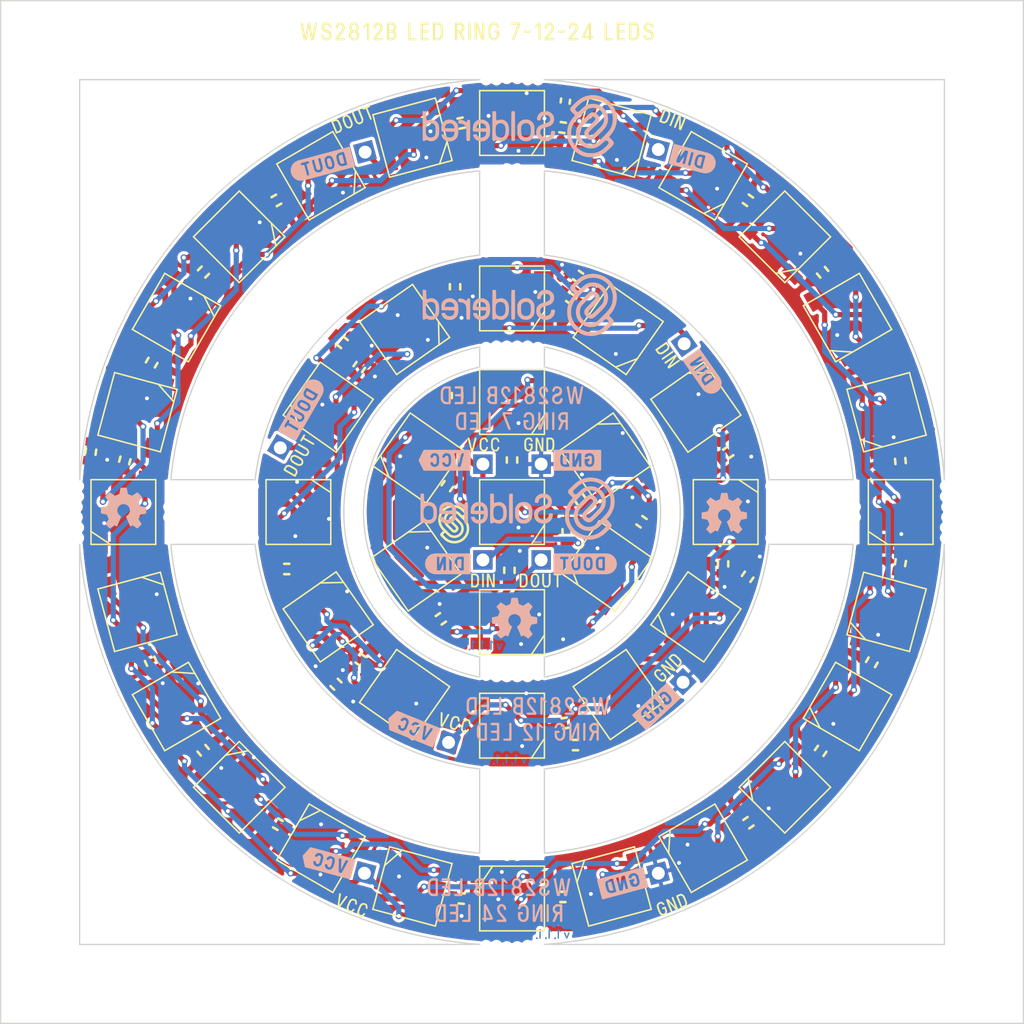
<source format=kicad_pcb>
(kicad_pcb (version 20210623) (generator pcbnew)
  (layers (0 "F.Cu" signal) (31 "B.Cu" signal) (34 "B.Paste" user) (35 "F.Paste" user) (36 "B.SilkS" user "B.Silkscreen") (37 "F.SilkS" user "F.Silkscreen") (38 "B.Mask" user) (39 "F.Mask" user) (44 "Edge.Cuts" user))
  (net 0 "")
  (net 1 "VCC")
  (net 2 "GND")
  (net 3 "Net-(LED1-Pad2)")
  (net 4 "Net-(LED2-Pad2)")
  (net 5 "Net-(LED3-Pad2)")
  (net 6 "Net-(LED4-Pad2)")
  (net 7 "Net-(LED5-Pad2)")
  (net 8 "Net-(LED6-Pad2)")
  (net 9 "Net-(LED7-Pad2)")
  (net 10 "Net-(LED1-Pad4)")
  (net 11 "Net-(PAD2-Pad1)")
  (net 12 "Net-(LED8-Pad2)")
  (net 13 "Net-(LED8-Pad4)")
  (net 14 "Net-(LED10-Pad4)")
  (net 15 "Net-(LED10-Pad2)")
  (net 16 "Net-(LED11-Pad2)")
  (net 17 "Net-(LED12-Pad2)")
  (net 18 "Net-(LED13-Pad2)")
  (net 19 "Net-(LED14-Pad2)")
  (net 20 "Net-(LED15-Pad2)")
  (net 21 "Net-(LED15-Pad4)")
  (net 22 "Net-(LED16-Pad2)")
  (net 23 "Net-(LED17-Pad2)")
  (net 24 "Net-(LED19-Pad2)")
  (net 25 "Net-(PAD10-Pad1)")
  (net 26 "Net-(LED20-Pad2)")
  (net 27 "Net-(LED20-Pad4)")
  (net 28 "Net-(LED21-Pad2)")
  (net 29 "Net-(LED21-Pad4)")
  (net 30 "Net-(LED22-Pad2)")
  (net 31 "Net-(LED23-Pad2)")
  (net 32 "Net-(LED24-Pad2)")
  (net 33 "Net-(LED25-Pad2)")
  (net 34 "Net-(LED26-Pad2)")
  (net 35 "Net-(LED27-Pad2)")
  (net 36 "Net-(LED28-Pad2)")
  (net 37 "Net-(LED28-Pad4)")
  (net 38 "Net-(LED29-Pad2)")
  (net 39 "Net-(LED30-Pad2)")
  (net 40 "Net-(LED31-Pad2)")
  (net 41 "Net-(LED32-Pad2)")
  (net 42 "Net-(LED33-Pad2)")
  (net 43 "Net-(LED34-Pad2)")
  (net 44 "Net-(LED35-Pad2)")
  (net 45 "Net-(LED36-Pad2)")
  (net 46 "Net-(LED37-Pad2)")
  (net 47 "Net-(LED38-Pad2)")
  (net 48 "Net-(LED39-Pad2)")
  (net 49 "Net-(LED40-Pad2)")
  (net 50 "Net-(LED43-Pad2)")
  (net 51 "Net-(PAD18-Pad1)")
  (footprint "Soldered Graphics:Logo-Back-SolderedFULL-15mm" (layer "F.Cu") (at 111.93 108.24)
    (fp_text reference "REF**" hide)
    (fp_text value "Logo-Front-SolderedFULL-15mm" hide)
  )
  (footprint "e-radionica.com footprinti:WS2812B LED" (layer "F.Cu") (at 132.57 129.76 -135)
    (fp_text reference "LED21")
    (fp_text value "WS2812B")
  )
  (footprint "e-radionica.com footprinti:HOLE_0.5mm" (layer "F.Cu") (at 111.1 121.2 180)
    (fp_text reference "REF**" hide)
    (fp_text value "HOLE_0.5mm" hide)
  )
  (footprint "e-radionica.com footprinti:PAD_2x1.5" (layer "F.Cu") (at 100.11 136.37 -15)
    (fp_text reference "PAD20")
    (fp_text value "PAD_2x1.5")
  )
  (footprint "Soldered Graphics:Logo-Back-OSH-3.5mm" (layer "F.Cu") (at 111.7 116.7)
    (fp_text reference "G***" hide)
    (fp_text value "LOGO" hide)
  )
  (footprint "e-radionica.com footprinti:FIDUCIAL_23" (layer "F.Cu") (at 111.5 92)
    (fp_text reference "FD2")
    (fp_text value "FIDUCIAL")
  )
  (footprint "e-radionica.com footprinti:WS2812B LED" (layer "F.Cu") (at 125.7 100.4 125)
    (fp_text reference "LED10")
    (fp_text value "WS2812B")
  )
  (footprint "e-radionica.com footprinti:WS2812B LED" (layer "F.Cu") (at 104.25 104.333334 -125)
    (fp_text reference "LED7")
    (fp_text value "WS2812B")
  )
  (footprint "e-radionica.com footprinti:HOLE_0.5mm" (layer "F.Cu") (at 111.9 75)
    (fp_text reference "REF**" hide)
    (fp_text value "HOLE_0.5mm" hide)
  )
  (footprint "e-radionica.com footprinti:HOLE_0.5mm" (layer "F.Cu") (at 131.6 107.3 -90)
    (fp_text reference "REF**" hide)
    (fp_text value "HOLE_0.5mm" hide)
  )
  (footprint "e-radionica.com footprinti:HOLE_0.5mm" (layer "F.Cu") (at 137.8 110.5 -90)
    (fp_text reference "REF**" hide)
    (fp_text value "HOLE_0.5mm" hide)
  )
  (footprint "e-radionica.com footprinti:HOLE_0.5mm" (layer "F.Cu") (at 78 110.5 90)
    (fp_text reference "REF**" hide)
    (fp_text value "HOLE_0.5mm" hide)
  )
  (footprint "e-radionica.com footprinti:PAD_2x1.5" (layer "F.Cu") (at 122.78 136.4 15)
    (fp_text reference "PAD21")
    (fp_text value "PAD_2x1.5")
  )
  (footprint "e-radionica.com footprinti:WS2812B LED" (layer "F.Cu") (at 125.7 116.6 -125)
    (fp_text reference "LED12")
    (fp_text value "WS2812B")
  )
  (footprint "e-radionica.com footprinti:WS2812B LED" (layer "F.Cu") (at 140.43 116.21 -105)
    (fp_text reference "LED38")
    (fp_text value "WS2812B")
  )
  (footprint "e-radionica.com footprinti:HOLE_0.5mm" (layer "F.Cu") (at 111.9 82)
    (fp_text reference "REF**" hide)
    (fp_text value "HOLE_0.5mm" hide)
  )
  (footprint "e-radionica.com footprinti:HOLE_0.5mm" (layer "F.Cu") (at 91.4 107.3 90)
    (fp_text reference "REF**" hide)
    (fp_text value "HOLE_0.5mm" hide)
  )
  (footprint "e-radionica.com footprinti:0603C" (layer "F.Cu") (at 111.3 113 90)
    (fp_text reference "C5")
    (fp_text value "0603C")
  )
  (footprint "e-radionica.com footprinti:PAD_2x1.5" (layer "F.Cu") (at 124.8 95.5 125)
    (fp_text reference "PAD10")
    (fp_text value "PAD_2x1.5")
  )
  (footprint "e-radionica.com footprinti:HOLE_0.5mm" (layer "F.Cu") (at 145 109.7 -90)
    (fp_text reference "REF**" hide)
    (fp_text value "HOLE_0.5mm" hide)
  )
  (footprint "e-radionica.com footprinti:PAD_2x1.5" (layer "F.Cu") (at 100.11 136.37 -15)
    (fp_text reference "PAD24")
    (fp_text value "PAD_2x1.5")
  )
  (footprint "e-radionica.com footprinti:HOLE_0.5mm" (layer "F.Cu") (at 137.9 109.7 -90)
    (fp_text reference "REF**" hide)
    (fp_text value "HOLE_0.5mm" hide)
  )
  (footprint "e-radionica.com footprinti:HOLE_0.5mm" (layer "F.Cu") (at 110.3 121.2 180)
    (fp_text reference "REF**" hide)
    (fp_text value "HOLE_0.5mm" hide)
  )
  (footprint "e-radionica.com footprinti:0603C" (layer "F.Cu") (at 87.663812 89.966188 -135)
    (fp_text reference "C26")
    (fp_text value "0603C")
  )
  (footprint "e-radionica.com footprinti:PAD_2x1.5" (layer "F.Cu") (at 122.78 80.52 -15)
    (fp_text reference "PAD19")
    (fp_text value "PAD_2x1.5")
  )
  (footprint "e-radionica.com footprinti:HOLE_0.5mm" (layer "F.Cu") (at 111.1 128.6 180)
    (fp_text reference "REF**" hide)
    (fp_text value "HOLE_0.5mm" hide)
  )
  (footprint "e-radionica.com footprinti:0603C" (layer "F.Cu") (at 106 116.75 35)
    (fp_text reference "C6")
    (fp_text value "0603C")
  )
  (footprint "e-radionica.com footprinti:0603C" (layer "F.Cu") (at 129.7 113.5 55)
    (fp_text reference "C12")
    (fp_text value "0603C")
  )
  (footprint "e-radionica.com footprinti:HOLE_0.5mm" (layer "F.Cu") (at 113.5 82.2)
    (fp_text reference "REF**" hide)
    (fp_text value "HOLE_0.5mm" hide)
  )
  (footprint "e-radionica.com footprinti:WS2812B LED" (layer "F.Cu") (at 111.5 78.45)
    (fp_text reference "LED20")
    (fp_text value "WS2812B")
  )
  (footprint "e-radionica.com footprinti:0603C" (layer "F.Cu") (at 107.57 78.46 -168)
    (fp_text reference "C40")
    (fp_text value "0603C")
  )
  (footprint "e-radionica.com footprinti:HOLE_0.5mm" (layer "F.Cu") (at 91.4 109.7 90)
    (fp_text reference "REF**" hide)
    (fp_text value "HOLE_0.5mm" hide)
  )
  (footprint "e-radionica.com footprinti:HOLE_0.5mm" (layer "F.Cu") (at 109.5 134.8 180)
    (fp_text reference "REF**" hide)
    (fp_text value "HOLE_0.5mm" hide)
  )
  (footprint "e-radionica.com footprinti:PAD_2x1.5" (layer "F.Cu") (at 124.7 121.6 135)
    (fp_text reference "PAD9")
    (fp_text value "PAD_2x1.5")
  )
  (footprint "e-radionica.com footprinti:0603C" (layer "F.Cu") (at 98.4 95.4 -40)
    (fp_text reference "C19")
    (fp_text value "0603C")
  )
  (footprint "e-radionica.com footprinti:HOLE_0.5mm" (layer "F.Cu") (at 111.1 88.3)
    (fp_text reference "REF**" hide)
    (fp_text value "HOLE_0.5mm" hide)
  )
  (footprint "e-radionica.com footprinti:HOLE_0.5mm" (layer "F.Cu") (at 91.4 108.9 90)
    (fp_text reference "REF**" hide)
    (fp_text value "HOLE_0.5mm" hide)
  )
  (footprint "e-radionica.com footprinti:HOLE_0.5mm" (layer "F.Cu") (at 111.9 128.6 180)
    (fp_text reference "REF**" hide)
    (fp_text value "HOLE_0.5mm" hide)
  )
  (footprint "e-radionica.com footprinti:WS2812B LED" (layer "F.Cu") (at 118.7 104.33334 125)
    (fp_text reference "LED3")
    (fp_text value "WS2812B")
  )
  (footprint "e-radionica.com footprinti:HOLE_0.5mm" (layer "F.Cu") (at 110.3 75.1)
    (fp_text reference "REF**" hide)
    (fp_text value "HOLE_0.5mm" hide)
  )
  (footprint "e-radionica.com footprinti:0603C" (layer "F.Cu") (at 107.25 99.5 -90)
    (fp_text reference "C2")
    (fp_text value "0603C")
  )
  (footprint "e-radionica.com footprinti:0603C" (layer "F.Cu") (at 116.6 90.3 145)
    (fp_text reference "C9")
    (fp_text value "0603C")
  )
  (footprint "e-radionica.com footprinti:WS2812B LED" (layer "F.Cu") (at 126.26 82.53 -30)
    (fp_text reference "LED24")
    (fp_text value "WS2812B")
  )
  (footprint "buzzardLabel" (layer "F.Cu") (at 108.8 71.4)
    (fp_text reference "")
    (fp_text value "")
  )
  (footprint "e-radionica.com footprinti:HOLE_0.5mm" (layer "F.Cu") (at 112.7 97)
    (fp_text reference "REF**" hide)
    (fp_text value "HOLE_0.5mm" hide)
  )
  (footprint "e-radionica.com footprinti:HOLE_0.5mm" (layer "F.Cu") (at 112.7 121.2 180)
    (fp_text reference "REF**" hide)
    (fp_text value "HOLE_0.5mm" hide)
  )
  (footprint "e-radionica.com footprinti:HOLE_0.5mm" (layer "F.Cu") (at 112.7 88.3)
    (fp_text reference "REF**" hide)
    (fp_text value "HOLE_0.5mm" hide)
  )
  (footprint "e-radionica.com footprinti:FIDUCIAL_23" (layer "F.Cu") (at 118.7 104.33334)
    (fp_text reference "FD1")
    (fp_text value "FIDUCIAL")
  )
  (footprint "e-radionica.com footprinti:HOLE_0.5mm" (layer "F.Cu") (at 85 108.9 90)
    (fp_text reference "REF**" hide)
    (fp_text value "HOLE_0.5mm" hide)
  )
  (footprint "e-radionica.com footprinti:WS2812B LED" (layer "F.Cu") (at 103.2 94.4 35)
    (fp_text reference "LED19")
    (fp_text value "WS2812B")
  )
  (footprint "e-radionica.com footprinti:HOLE_0.5mm" (layer "F.Cu") (at 112.7 95.7)
    (fp_text reference "REF**" hide)
    (fp_text value "HOLE_0.5mm" hide)
  )
  (footprint "e-radionica.com footprinti:HOLE_0.5mm" (layer "F.Cu") (at 110.3 97)
    (fp_text reference "REF**" hide)
    (fp_text value "HOLE_0.5mm" hide)
  )
  (footprint "e-radionica.com footprinti:HOLE_0.5mm" (layer "F.Cu") (at 109.5 88.4)
    (fp_text reference "REF**" hide)
    (fp_text value "HOLE_0.5mm" hide)
  )
  (footprint "e-radionica.com footprinti:HOLE_0.5mm" (layer "F.Cu") (at 111.1 82)
    (fp_text reference "REF**" hide)
    (fp_text value "HOLE_0.5mm" hide)
  )
  (footprint "e-radionica.com footprinti:0603R" (layer "F.Cu") (at 115.62 76.76 82)
    (fp_text reference "R3")
    (fp_text value "100")
  )
  (footprint "e-radionica.com footprinti:0603C" (layer "F.Cu") (at 135.49 89.98 130)
    (fp_text reference "C39")
    (fp_text value "0603C")
  )
  (footprint "e-radionica.com footprinti:0603C" (layer "F.Cu") (at 116.4 126.5 180)
    (fp_text reference "C14")
    (fp_text value "0603C")
  )
  (footprint "e-radionica.com footprinti:HOLE_0.5mm" (layer "F.Cu") (at 109.5 119.9 180)
    (fp_text reference "REF**" hide)
    (fp_text value "HOLE_0.5mm" hide)
  )
  (footprint "e-radionica.com footprinti:WS2812B LED" (layer "F.Cu") (at 128 108.5 90)
    (fp_text reference "LED11")
    (fp_text value "WS2812B")
  )
  (footprint "e-radionica.com footprinti:HOLE_0.5mm" (layer "F.Cu") (at 145 110.5 -90)
    (fp_text reference "REF**" hide)
    (fp_text value "HOLE_0.5mm" hide)
  )
  (footprint "e-radionica.com footprinti:HOLE_0.5mm" (layer "F.Cu") (at 78 109.7 90)
    (fp_text reference "REF**" hide)
    (fp_text value "HOLE_0.5mm" hide)
  )
  (footprint "e-radionica.com footprinti:PAD_2x1.5" (layer "F.Cu") (at 100.14 80.68 15)
    (fp_text reference "PAD22")
    (fp_text value "PAD_2x1.5")
  )
  (footprint "buzzardLabel" (layer "F.Cu") (at 123.55 120.55 45)
    (fp_text reference "")
    (fp_text value "")
  )
  (footprint "e-radionica.com footprinti:PAD_2x1.5" (layer "F.Cu") (at 113.75 104.8)
    (fp_text reference "PAD4")
    (fp_text value "PAD_2x1.5")
  )
  (footprint "e-radionica.com footprinti:0603C" (layer "F.Cu") (at 115.41 78.8 172)
    (fp_text reference "C42")
    (fp_text value "0603C")
  )
  (footprint "e-radionica.com footprinti:WS2812B LED" (layer "F.Cu") (at 95 108.5 90)
    (fp_text reference "LED15")
    (fp_text value "WS2812B")
  )
  (footprint "Soldered Graphics:Logo-Back-SolderedFULL-15mm" (layer "F.Cu") (at 112.1 92.5)
    (fp_text reference "REF**" hide)
    (fp_text value "Logo-Front-SolderedFULL-15mm" hide)
  )
  (footprint "e-radionica.com footprinti:HOLE_0.5mm" (layer "F.Cu") (at 111.9 88.3)
    (fp_text reference "REF**" hide)
    (fp_text value "HOLE_0.5mm" hide)
  )
  (footprint "e-radionica.com footprinti:HOLE_0.5mm" (layer "F.Cu") (at 145.1 108.1 -90)
    (fp_text reference "REF**" hide)
    (fp_text value "HOLE_0.5mm" hide)
  )
  (footprint "e-radionica.com footprinti:HOLE_0.5mm" (layer "F.Cu") (at 131.5 110.5 -90)
    (fp_text reference "REF**" hide)
    (fp_text value "HOLE_0.5mm" hide)
  )
  (footprint "Soldered Graphics:Logo-Front-Soldered-3mm" (layer "F.Cu") (at 107 109.44)
    (fp_text reference "G***" hide)
    (fp_text value "LOGO" hide)
  )
  (footprint "e-radionica.com footprinti:HOLE_0.5mm" (layer "F.Cu") (at 110.3 120 180)
    (fp_text reference "REF**" hide)
    (fp_text value "HOLE_0.5mm" hide)
  )
  (footprint "e-radionica.com footprinti:HOLE_0.5mm" (layer "F.Cu") (at 137.8 106.5 -90)
    (fp_text reference "REF**" hide)
    (fp_text value "HOLE_0.5mm" hide)
  )
  (footprint "buzzardLabel" (layer "F.Cu") (at 95.1 104.15 60)
    (fp_text reference "")
    (fp_text value "")
  )
  (footprint "e-radionica.com footprinti:HOLE_0.5mm" (layer "F.Cu") (at 112.7 75.1)
    (fp_text reference "REF**" hide)
    (fp_text value "HOLE_0.5mm" hide)
  )
  (footprint "e-radionica.com footprinti:0603C" (layer "F.Cu") (at 94.1 112.9)
    (fp_text reference "C17")
    (fp_text value "0603C")
  )
  (footprint "e-radionica.com footprinti:HOLE_0.5mm" (layer "F.Cu") (at 145 107.3 -90)
    (fp_text reference "REF**" hide)
    (fp_text value "HOLE_0.5mm" hide)
  )
  (footprint "e-radionica.com footprinti:WS2812B LED" (layer "F.Cu") (at 119.7 122.6 35)
    (fp_text reference "LED13")
    (fp_text value "WS2812B")
  )
  (footprint "e-radionica.com footprinti:HOLE_0.5mm" (layer "F.Cu") (at 110.3 128.6 180)
    (fp_text reference "REF**" hide)
    (fp_text value "HOLE_0.5mm" hide)
  )
  (footprint "e-radionica.com footprinti:PAD_2x1.5" (layer "F.Cu") (at 100.14 80.68 15)
    (fp_text reference "PAD23")
    (fp_text value "PAD_2x1.5")
  )
  (footprint "e-radionica.com footprinti:HOLE_0.5mm" (layer "F.Cu") (at 113.5 97.1)
    (fp_text reference "REF**" hide)
    (fp_text value "HOLE_0.5mm" hide)
  )
  (footprint "e-radionica.com footprinti:HOLE_0.5mm" (layer "F.Cu") (at 113.5 75.1)
    (fp_text reference "REF**" hide)
    (fp_text value "HOLE_0.5mm" hide)
  )
  (footprint "e-radionica.com footprinti:0603C" (layer "F.Cu") (at 135.34 126.95 55)
    (fp_text reference "C22")
    (fp_text value "0603C")
  )
  (footprint "e-radionica.com footprinti:HOLE_0.5mm" (layer "F.Cu") (at 111.1 75)
    (fp_text reference "REF**" hide)
    (fp_text value "HOLE_0.5mm" hide)
  )
  (footprint "e-radionica.com footprinti:0603C" (layer "F.Cu") (at 107.61 138.35 -5)
    (fp_text reference "C24")
    (fp_text value "0603C")
  )
  (footprint "e-radionica.com footprinti:HOLE_0.5mm" (layer "F.Cu") (at 131.6 108.1 -90)
    (fp_text reference "REF**" hide)
    (fp_text value "HOLE_0.5mm" hide)
  )
  (footprint "e-radionica.com footprinti:HOLE_0.5mm" (layer "F.Cu") (at 145.1 108.9 -90)
    (fp_text reference "REF**" hide)
    (fp_text value "HOLE_0.5mm" hide)
  )
  (footprint "e-radionica.com footprinti:HOLE_0.5mm" (layer "F.Cu") (at 110.3 82.1)
    (fp_text reference "REF**" hide)
    (fp_text value "HOLE_0.5mm" hide)
  )
  (footprint "e-radionica.com footprinti:HOLE_0.5mm" (layer "F.Cu") (at 110.3 142 180)
    (fp_text reference "REF**" hide)
    (fp_text value "HOLE_0.5mm" hide)
  )
  (footprint "buzzardLabel" (layer "F.Cu") (at 123.85 138.85 22)
    (fp_text reference "")
    (fp_text value "")
  )
  (footprint "e-radionica.com footprinti:WS2812B LED" (layer "F.Cu") (at 81.48 108.5 -90)
    (fp_text reference "LED28")
    (fp_text value "WS2812B")
  )
  (footprint "e-radionica.com footprinti:HOLE_0.5mm" (layer "F.Cu") (at 111.9 120 180)
    (fp_text reference "REF**" hide)
    (fp_text value "HOLE_0.5mm" hide)
  )
  (footprint "e-radionica.com footprinti:WS2812B LED" (layer "F.Cu") (at 103.2 122.6 -35)
    (fp_text reference "LED16")
    (fp_text value "WS2812B")
  )
  (footprint "e-radionica.com footprinti:PAD_2x1.5" (layer "F.Cu") (at 122.78 80.52 -15)
    (fp_text reference "PAD18")
    (fp_text value "PAD_2x1.5")
  )
  (footprint "e-radionica.com footprinti:HOLE_0.5mm" (layer "F.Cu") (at 111.9 121.2 180)
    (fp_text reference "REF**" hide)
    (fp_text value "HOLE_0.5mm" hide)
  )
  (footprint "e-radionica.com footprinti:WS2812B LED" (layer "F.Cu") (at 111.5 92)
    (fp_text reference "LED8")
    (fp_text value "WS2812B")
  )
  (footprint "e-radionica.com footprinti:HOLE_0.5mm" (layer "F.Cu") (at 112.7 128.6 180)
    (fp_text reference "REF**" hide)
    (fp_text value "HOLE_0.5mm" hide)
  )
  (footprint "e-radionica.com footprinti:HOLE_0.5mm" (layer "F.Cu") (at 113.5 88.4)
    (fp_text reference "REF**" hide)
    (fp_text value "HOLE_0.5mm" hide)
  )
  (footprint "e-radionica.com footprinti:0603R" (layer "F.Cu") (at 116 92 -35)
    (fp_text reference "R2")
    (fp_text value "100")
  )
  (footprint "e-radionica.com footprinti:HOLE_0.5mm" (layer "F.Cu") (at 113.5 134.8 180)
    (fp_text reference "REF**" hide)
    (fp_text value "HOLE_0.5mm" hide)
  )
  (footprint "e-radionica.com footprinti:HOLE_0.5mm" (layer "F.Cu") (at 109.5 82.2)
    (fp_text reference "REF**" hide)
    (fp_text value "HOLE_0.5mm" hide)
  )
  (footprint "e-radionica.com footprinti:WS2812B LED" (layer "F.Cu") (at 97.3 116.6 125)
    (fp_text reference "LED18")
    (fp_text value "WS2812B")
  )
  (footprint "e-radionica.com footprinti:0603C" (layer "F.Cu") (at 141.5 104.56 95)
    (fp_text reference "C41")
    (fp_text value "0603C")
  )
  (footprint "buzzardLabel" (layer "F.Cu") (at 107.05 124.8 -15)
    (fp_text reference "")
    (fp_text value "")
  )
  (footprint "Soldered Graphics:Logo-Back-OSH-3.5mm" (layer "F.Cu") (at 127.9 108.6)
    (fp_text reference "G***" hide)
    (fp_text value "LOGO" hide)
  )
  (footprint "e-radionica.com footprinti:WS2812B LED" (layer "F.Cu") (at 111.5 100)
    (fp_text reference "LED2")
    (fp_text value "WS2812B")
  )
  (footprint "e-radionica.com footprinti:HOLE_0.5mm" (layer "F.Cu") (at 112.7 82.1)
    (fp_text reference "REF**" hide)
    (fp_text value "HOLE_0.5mm" hide)
  )
  (footprint "buzzardLabel" (layer "F.Cu") (at 123.5 96.4 -55)
    (fp_text reference "")
    (fp_text value "")
  )
  (footprint "e-radionica.com footprinti:HOLE_0.5mm" (layer "F.Cu") (at 137.9 107.3 -90)
    (fp_text reference "REF**" hide)
    (fp_text value "HOLE_0.5mm" hide)
  )
  (footprint "e-radionica.com footprinti:0603C" (layer "F.Cu") (at 129.76 132.5 35)
    (fp_text reference "C36")
    (fp_text value "0603C")
  )
  (footprint "e-radionica.com footprinti:HOLE_0.5mm" (layer "F.Cu") (at 111.9 95.7)
    (fp_text reference "REF**" hide)
    (fp_text value "HOLE_0.5mm" hide)
  )
  (footprint "e-radionica.com footprinti:HOLE_0.5mm" (layer "F.Cu") (at 110.3 95.7)
    (fp_text reference "REF**" hide)
    (fp_text value "HOLE_0.5mm" hide)
  )
  (footprint "buzzardLabel" (layer "F.Cu") (at 109.3 103.3)
    (fp_text reference "")
    (fp_text value "")
  )
  (footprint "e-radionica.com footprinti:HOLE_0.5mm" (layer "F.Cu") (at 111.1 95.7)
    (fp_text reference "REF**" hide)
    (fp_text value "HOLE_0.5mm" hide)
  )
  (footprint "e-radionica.com footprinti:HOLE_0.5mm" (layer "F.Cu") (at 109.5 142 180)
    (fp_text reference "REF**" hide)
    (fp_text value "HOLE_0.5mm" hide)
  )
  (footprint "e-radionica.com footprinti:HOLE_0.5mm" (layer "F.Cu") (at 85 108.1 90)
    (fp_text reference "REF**" hide)
    (fp_text value "HOLE_0.5mm" hide)
  )
  (footprint "e-radionica.com footprinti:HOLE_0.5mm" (layer "F.Cu") (at 85.2 110.5 90)
    (fp_text reference "REF**" hide)
    (fp_text value "HOLE_0.5mm" hide)
  )
  (footprint "e-radionica.com footprinti:PAD_2x1.5" (layer "F.Cu") (at 124.7 121.6 135)
    (fp_text reference "PAD13")
    (fp_text value "PAD_2x1.5")
  )
  (footprint "e-radionica.com footprinti:0603C" (layer "F.Cu") (at 78.96 103.83 -98)
    (fp_text reference "C25")
    (fp_text value "0603C")
  )
  (footprint "e-radionica.com footprinti:WS2812B LED" (layer "F.Cu") (at 90.43 129.76 135)
    (fp_text reference "LED36")
    (fp_text value "WS2812B")
  )
  (footprint "e-radionica.com footprinti:WS2812B LED" (layer "F.Cu") (at 141.52 108.5 -90)
    (fp_text reference "LED35")
    (fp_text value "WS2812B")
  )
  (footprint "e-radionica.com footprinti:0603C" (layer "F.Cu") (at 97.9 121.8 -45)
    (fp_text reference "C16")
    (fp_text value "0603C")
  )
  (footprint "e-radionica.com footprinti:HOLE_0.5mm" (layer "F.Cu") (at 91.5 110.5 90)
    (fp_text reference "REF**" hide)
    (fp_text value "HOLE_0.5mm" hide)
  )
  (footprint "e-radionica.com footprinti:WS2812B LED" (layer "F.Cu") (at 119.7 94.4 -35)
    (fp_text reference "LED9")
    (fp_text value "WS2812B")
  )
  (footprint "e-radionica.com footprinti:WS2812B LED" (layer "F.Cu") (at 119.19 79.58 -15)
    (fp_text reference "LED22")
    (fp_text value "WS2812B")
  )
  (footprint "e-radionica.com footprinti:WS2812B LED" (layer "F.Cu") (at 111.5 125)
    (fp_text reference "LED14")
    (fp_text value "WS2812B")
  )
  (footprint "e-radionica.com footprinti:0603C" (layer "F.Cu") (at 81.591062 104.515126 -105)
    (fp_text reference "C38")
    (fp_text value "0603C")
  )
  (footprint "e-radionica.com footprinti:WS2812B LED" (layer "F.Cu") (at 82.57 116.21 105)
    (fp_text reference "LED42")
    (fp_text value "WS2812B")
  )
  (footprint "e-radionica.com footprinti:HOLE_0.5mm" (layer "F.Cu") (at 138 108.1 -90)
    (fp_text reference "REF**" hide)
    (fp_text value "HOLE_0.5mm" hide)
  )
  (footprint "e-radionica.com footprinti:PAD_2x1.5" (layer "F.Cu") (at 113.75 112.2)
    (fp_text reference "PAD5")
    (fp_text value "PAD_2x1.5")
  )
  (footprint "e-radionica.com footprinti:0603C" (layer "F.Cu") (at 107.1 91.1 -90)
    (fp_text reference "C8")
    (fp_text value "0603C")
  )
  (footprint "e-radionica.com footprinti:HOLE_0.5mm" (layer "F.Cu") (at 78 106.5 90)
    (fp_text reference "REF**" hide)
    (fp_text value "HOLE_0.5mm" hide)
  )
  (footprint "e-radionica.com footprinti:HOLE_0.5mm" (layer "F.Cu") (at 111.9 142.1 180)
    (fp_text reference "REF**" hide)
    (fp_text value "HOLE_0.5mm" hide)
  )
  (footprint "e-radionica.com footprinti:WS2812B LED" (layer "F.Cu") (at 126.26 134.47 -150)
    (fp_text reference "LED23")
    (fp_text value "WS2812B")
  )
  (footprint "e-radionica.com footprinti:PAD_2x1.5" (layer "F.Cu") (at 109.25 112.2)
    (fp_text reference "PAD2")
    (fp_text value "PAD_2x1.5")
  )
  (footprint "buzzardLabel" (layer "F.Cu") (at 113.7 113.8)
    (fp_text reference "")
    (fp_text value "")
  )
  (footprint "e-radionica.com footprinti:0603C" (layer "F.Cu") (at 99.8 119.91 145)
    (fp_text reference "C15")
    (fp_text value "0603C")
  )
  (footprint "buzzardLabel" (layer "F.Cu") (at 123.9 78.2 -22)
    (fp_text reference "")
    (fp_text value "")
  )
  (footprint "e-radionica.com footprinti:0603C" (layer "F.Cu") (at 121.5 109.25 145)
    (fp_text reference "C4")
    (fp_text value "0603C")
  )
  (footprint "e-radionica.com footprinti:0603C" (layer "F.Cu") (at 87.64 126.9 -50)
    (fp_text reference "C30")
    (fp_text value "0603C")
  )
  (footprint "e-radionica.com footprinti:HOLE_0.5mm" (layer "F.Cu") (at 113.5 119.9 180)
    (fp_text reference "REF**" hide)
    (fp_text value "HOLE_0.5mm" hide)
  )
  (footprint "e-radionica.com footprinti:HOLE_0.5mm" (layer "F.Cu") (at 113.5 95.8)
    (fp_text reference "REF**" hide)
    (fp_text value "HOLE_0.5mm" hide)
  )
  (footprint "e-radionica.com footprinti:HOLE_0.5mm" (layer "F.Cu") (at 138 108.9 -90)
    (fp_text reference "REF**" hide)
    (fp_text value "HOLE_0.5mm" hide)
  )
  (footprint "e-radionica.com footprinti:HOLE_0.5mm" (layer "F.Cu") (at 77.9 108.1 90)
    (fp_text reference "REF**" hide)
    (fp_text value "HOLE_0.5mm" hide)
  )
  (footprint "e-radionica.com footprinti:0603C" (layer "F.Cu") (at 115.6 124.8 -170)
    (fp_text reference "C13")
    (fp_text value "0603C")
  )
  (footprint "e-radionica.com footprinti:HOLE_0.5mm" (layer "F.Cu") (at 78 107.3 90)
    (fp_text reference "REF**" hide)
    (fp_text value "HOLE_0.5mm" hide)
  )
  (footprint "e-radionica.com footprinti:HOLE_0.5mm" (layer "F.Cu") (at 109.5 128.5 180)
    (fp_text reference "REF**" hide)
    (fp_text value "HOLE_0.5mm" hide)
  )
  (footprint "e-radionica.com footprinti:0603C" (layer "F.Cu") (at 83.665 96.962199 -120)
    (fp_text reference "C28")
    (fp_text value "0603C")
  )
  (footprint "buzzardLabel" (layer "F.Cu") (at 99.2 78.2 22)
    (fp_text reference "")
    (fp_text value "")
  )
  (footprint "e-radionica.com footprinti:0603C" (layer "F.Cu") (at 93.3 84.43 -150)
    (fp_text reference "C33")
    (fp_text value "0603C")
  )
  (footprint "e-radionica.com footprinti:PAD_2x1.5" (layer "F.Cu") (at 106.6 126.3 -22)
    (fp_text reference "PAD16")
    (fp_text value "PAD_2x1.5")
  )
  (footprint "e-radionica.com footprinti:HOLE_0.5mm" (layer "F.Cu") (at 85.1 109.7 90)
    (fp_text reference "REF**" hide)
    (fp_text value "HOLE_0.5mm" hide)
  )
  (footprint "e-radionica.com footprinti:HOLE_0.5mm" (layer "F.Cu") (at 85.2 106.5 90)
    (fp_text reference "REF**" hide)
    (fp_text value "HOLE_0.5mm" hide)
  )
  (footprint "e-radionica.com footprinti:0603C" (layer "F.Cu") (at 83.59 120.02 -65)
    (fp_text reference "C31")
    (fp_text value "0603C")
  )
  (footprint "e-radionica.com footprinti:HOLE_0.5mm" (layer "F.Cu") (at 111.9 135 180)
    (fp_text reference "REF**" hide)
    (fp_text value "HOLE_0.5mm" hide)
  )
  (footprint "buzzardLabel" (layer "F.Cu") (at 113.6 103.3)
    (fp_text reference "")
    (fp_text value "")
  )
  (footprint "e-radionica.com footprinti:WS2812B LED" (layer "F.Cu") (at 96.74 82.53 30)
    (fp_text reference "LED40")
    (fp_text value "WS2812B")
  )
  (footprint "e-radionica.com footprinti:WS2812B LED" (layer "F.Cu") (at 85.59 93.48 60)
    (fp_text reference "LED34")
    (fp_text value "WS2812B")
  )
  (footprint "e-radionica.com footprinti:HOLE_0.5mm" (layer "F.Cu") (at 131.6 109.7 -90)
    (fp_text reference "REF**" hide)
    (fp_text value "HOLE_0.5mm" hide)
  )
  (footprint "e-radionica.com footprinti:WS2812B LED" (layer "F.Cu") (at 96.74 134.47 150)
    (fp_text reference "LED33")
    (fp_text value "WS2812B")
  )
  (footprint "e-radionica.com footprinti:PAD_2x1.5" (layer "F.Cu") (at 93.6 103.5 150)
    (fp_text reference "PAD14")
    (fp_text value "PAD_2x1.5")
  )
  (footprint "e-radionica.com footprinti:HOLE_0.5mm" (layer "F.Cu") (at 111.1 120 180)
    (fp_text reference "REF**" hide)
    (fp_text value "HOLE_0.5mm" hide)
  )
  (footprint "e-radionica.com footprinti:WS2812B LED" (layer "F.Cu") (at 111.5 108.5)
    (fp_text reference "LED1")
    (fp_text value "WS2812B")
  )
  (footprint "e-radionica.com footprinti:0603C" (layer "F.Cu") (at 116.75 107.5 125)
    (fp_text reference "C3")
    (fp_text value "0603C")
  )
  (footprint "e-radionica.com footprinti:HOLE_0.5mm" (layer "F.Cu") (at 131.5 106.5 -90)
    (fp_text reference "REF**" hide)
    (fp_text value "HOLE_0.5mm" hide)
  )
  (footprint "e-radionica.com footprinti:HOLE_0.5mm" (layer "F.Cu") (at 131.6 108.9 -90)
    (fp_text reference "REF**" hide)
    (fp_text value "HOLE_0.5mm" hide)
  )
  (footprint "e-radionica.com footprinti:0603C" (layer "F.Cu") (at 106.5 106.5 -125)
    (fp_text reference "C7")
    (fp_text value "0603C")
  )
  (footprint "e-radionica.com footprinti:0603C" (layer "F.Cu") (at 127.8 112.5 -90)
    (fp_text reference "C11")
    (fp_text value "0603C")
  )
  (footprint "e-radionica.com footprinti:WS2812B LED" (layer "F.Cu") (at 137.41 93.48 -60)
    (fp_text reference "LED29")
    (fp_text value "WS2812B")
  )
  (footprint "e-radionica.com footprinti:0603C" (layer "F.Cu") (at 111.5 104.48 90)
    (fp_text reference "C1")
    (fp_text value "0603C")
  )
  (footprint "e-radionica.com footprinti:WS2812B LED" (layer "F.Cu") (at 103.81 137.42 165)
    (fp_text reference "LED30")
    (fp_text value "WS2812B")
  )
  (footprint "e-radionica.com footprinti:WS2812B LED" (layer "F.Cu") (at 132.57 87.24 -45)
    (fp_text reference "LED26")
    (fp_text value "WS2812B")
  )
  (footprint "e-radionica.com footprinti:WS2812B LED" (layer "F.Cu") (at 137.41 123.52 -120)
    (fp_text reference "LED41")
    (fp_text value "WS2812B")
  )
  (footprint "e-radionica.com footprinti:WS2812B LED" (layer "F.Cu") (at 140.43 100.79 -75)
    (fp_text reference "LED32")
    (fp_text value "WS2812B")
  )
  (footprint "e-radionica.com footprinti:WS2812B LED" (layer "F.Cu") (at 104.1 112.66667 125)
    (fp_text reference "LED6")
    (fp_text value "WS2812B")
  )
  (footprint "e-radionica.com footprinti:0603R" (layer "F.Cu") (at 115.75 109.975 -90)
    (fp_text reference "R1")
    (fp_text value "100")
  )
  (footprint "e-radionica.com footprinti:HOLE_0.5mm" (layer "F.Cu") (at 110.3 134.9 180)
    (fp_text reference "REF**" hide)
    (fp_text value "HOLE_0.5mm" hide)
  )
  (footprint "e-radionica.com footprinti:HOLE_0.5mm" (layer "F.Cu") (at 112.7 134.9 180)
    (fp_text reference "REF**" hide)
    (fp_text value "HOLE_0.5mm" hide)
  )
  (footprint "e-radionica.com footprinti:WS2812B LED" (layer "F.Cu") (at 90.43 87.24 45)
    (fp_text reference "LED37")
    (fp_text value "WS2812B")
  )
  (footprint "Soldered Graphics:Logo-Back-SolderedFULL-15mm" (layer "F.Cu") (at 112.1 78.7)
    (fp_text reference "REF**" hide)
    (fp_text value "Logo-Front-SolderedFULL-15mm" hide)
  )
  (footprint "e-radionica.com footprinti:0603C" (layer "F.Cu") (at 141.5 112.41 80)
    (fp_text reference "C29")
    (fp_text value "0603C")
  )
  (footprint "e-radionica.com footprinti:HOLE_0.5mm" (layer "F.Cu") (at 110.3 88.3)
    (fp_text reference "REF**" hide)
    (fp_text value "HOLE_0.5mm" hide)
  )
  (footprint "e-radionica.com footprinti:HOLE_0.5mm" (layer "F.Cu") (at 85.1 107.3 90)
    (fp_text reference "REF**" hide)
    (fp_text value "HOLE_0.5mm" hide)
  )
  (footprint "e-radionica.com footprinti:0603C" (layer "F.Cu") (at 139.29 120.11 60)
    (fp_text reference "C27")
    (fp_text value "0603C")
  )
  (footprint "e-radionica.com footprinti:HOLE_0.5mm" (layer "F.Cu") (at 91.4 108.1 90)
    (fp_text reference "REF**" hide)
    (fp_text value "HOLE_0.5mm" hide)
  )
  (footprint "e-radionica.com footprinti:WS2812B LED" (layer "F.Cu") (at 97.3 100.4 -125)
    (fp_text reference "LED17")
    (fp_text value "WS2812B")
  )
  (footprint "e-radionica.com footprinti:HOLE_0.5mm" (layer "F.Cu") (at 112.7 120 180)
    (fp_text reference "REF**" hide)
    (fp_text value "HOLE_0.5mm" hide)
  )
  (footprint "e-radionica.com footprinti:HOLE_0.5mm" (layer "F.Cu") (at 111.1 135 180)
    (fp_text reference "REF**" hide)
    (fp_text value "HOLE_0.5mm" hide)
  )
  (footprint "e-radionica.com footprinti:WS2812B LED" (layer "F.Cu") (at 111.5 117)
    (fp_text reference "LED5")
    (fp_text value "WS2812B")
  )
  (footprint "e-radionica.com footprinti:HOLE_0.5mm" (layer "F.Cu") (at 109.5 75.1)
    (fp_text reference "REF**" hide)
    (fp_text value "HOLE_0.5mm" hide)
  )
  (footprint "buzzardLabel" (layer "F.Cu") (at 109.25 113.8)
    (fp_text reference "")
    (fp_text value "")
  )
  (footprint "e-radionica.com footprinti:HOLE_0.5mm" (layer "F.Cu") (at 113.5 128.5 180)
    (fp_text reference "REF**" hide)
    (fp_text value "HOLE_0.5mm" hide)
  )
  (footprint "Soldered Graphics:Logo-Back-OSH-3.5mm" (layer "F.Cu") (at 81.5 108.2)
    (fp_text reference "G***" hide)
    (fp_text value "LOGO" hide)
  )
  (footprint "e-radionica.com footprinti:PAD_2x1.5" (layer "F.Cu") (at 109.25 104.8)
    (fp_text reference "PAD3")
    (fp_text value "PAD_2x1.5")
  )
  (footprint "e-radionica.com footprinti:HOLE_0.5mm" (layer "F.Cu") (at 111.1 142.1 180)
    (fp_text reference "REF**" hide)
    (fp_text value "HOLE_0.5mm" hide)
  )
  (footprint "e-radionica.com footprinti:0603C" (layer "F.Cu") (at 99.7 97.3 55)
    (fp_text reference "C18")
    (fp_text value "0603C")
  )
  (footprint "e-radionica.com footprinti:WS2812B LED" (layer "F.Cu") (at 103.81 79.58 15)
    (fp_text reference "LED43")
    (fp_text value "WS2812B")
  )
  (footprint "e-radionica.com footprinti:HOLE_0.5mm" (layer "F.Cu") (at 113.5 142 180)
    (fp_text reference "REF**" hide)
    (fp_text value "HOLE_0.5mm" hide)
  )
  (footprint "e-radionica.com footprinti:WS2812B LED" (layer "F.Cu") (at 82.57 100.79 75)
    (fp_text reference "LED31")
    (fp_text value "WS2812B")
  )
  (footprint "e-radionica.com footprinti:FIDUCIAL_23" (layer "F.Cu") (at 111.53 77.8)
    (fp_text reference "FD3")
    (fp_text value "FIDUCIAL")
  )
  (footprint "e-radionica.com footprinti:PAD_2x1.5" (layer "F.Cu") (at 106.6 126.3 -15)
    (fp_text reference "PAD12")
    (fp_text value "PAD_2x1.5")
  )
  (footprint "e-radionica.com footprinti:HOLE_0.5mm" (layer "F.Cu") (at 91.5 106.5 90)
    (fp_text reference "REF**" hide)
    (fp_text value "HOLE_0.5mm" hide)
  )
  (footprint "e-radionica.com footprinti:HOLE_0.5mm" (layer "F.Cu") (at 77.9 108.9 90)
    (fp_text reference "REF**" hide)
    (fp_text value "HOLE_0.5mm" hide)
  )
  (footprint "e-radionica.com footprinti:HOLE_0.5mm" (layer "F.Cu") (at 145 106.5 -90)
    (fp_text reference "REF**" hide)
    (fp_text value "HOLE_0.5mm" hide)
  )
  (footprint "e-radionica.com footprinti:0603C" (layer "F.Cu") (at 115.43 138.23)
    (fp_text reference "C34")
    (fp_text value "0603C")
  )
  (footprint "e-radionica.com footprinti:WS2812B LED" (layer "F.Cu") (at 119.19 137.42 -165)
    (fp_text reference "LED25")
    (fp_text value "WS2812B")
  )
  (footprint "buzzardLabel" (layer "F.Cu") (at 99.1 138.9 -22)
    (fp_text reference "")
    (fp_text value "")
  )
  (footprint "e-radionica.com footprinti:HOLE_0.5mm" (layer "F.Cu") (at 111.1 97)
    (fp_text reference "REF**" hide)
    (fp_text value "HOLE_0.5mm" hide)
  )
  (footprint "e-radionica.com footprinti:HOLE_0.5mm" (layer "F.Cu") (at 112.7 142 180)
    (fp_text reference "REF**" hide)
    (fp_text value "HOLE_0.5mm" hide)
  )
  (footprint "e-radionica.com footprinti:0603C" (layer "F.Cu") (at 93.41 132.61 -30)
    (fp_text reference "C20")
    (fp_text value "0603C")
  )
  (footprint "e-radionica.com footprinti:HOLE_0.5mm" (layer "F.Cu") (at 109.5 97.1)
    (fp_text reference "REF**" hide)
    (fp_text value "HOLE_0.5mm" hide)
  )
  (footprint "e-radionica.com footprinti:HOLE_0.5mm" (layer "F.Cu") (at 113.5 121.1 180)
    (fp_text reference "REF**" hide)
    (fp_text value "HOLE_0.5mm" hide)
  )
  (footprint "e-radionica.com footprinti:0603C" (layer "F.Cu") (at 128.2 103.9 35)
    (fp_text reference "C10")
    (fp_text value "0603C")
  )
  (footprint "e-radionica.com footprinti:HOLE_0.5mm" (layer "F.Cu") (at 111.9 97)
    (fp_text reference "REF**" hide)
    (fp_text value "HOLE_0.5mm" hide)
  )
  (footprint "e-radionica.com footprinti:WS2812B LED" (layer "F.Cu") (at 111.5 138.35 180)
    (fp_text reference "LED27")
    (fp_text value "WS2812B")
  )
  (footprint "e-radionica.com footprinti:HOLE_0.5mm" (layer "F.Cu") (at 109.5 95.8)
    (fp_text reference "REF**" hide)
    (fp_text value "HOLE_0.5mm" hide)
  )
  (footprint "e-radionica.com footprinti:0603C" (layer "F.Cu") (at 129.72 84.42 145)
    (fp_text reference "C43")
    (fp_text value "0603C")
  )
  (footprint "e-radionica.com footprinti:WS2812B LED" (layer "F.Cu") (at 118.85 112.666667 -125)
    (fp_text reference "LED4")
    (fp_text value "WS2812B")
  )
  (footprint "e-radionica.com footprinti:HOLE_0.5mm" (layer "F.Cu") (at 109.5 121.1 180)
    (fp_text reference "REF**" hide)
    (fp_text value "HOLE_0.5mm" hide)
  )
  (footprint "e-radionica.com footprinti:WS2812B LED" (layer "F.Cu") (at 85.59 123.52 120)
    (fp_text reference "LED39")
    (fp_text value "WS2812B")
  )
  (footprint "e-radionica.com footprinti:PAD_2x1.5" (layer "B.Cu") (at 113.75 104.8 180)
    (fp_text reference "PAD1")
    (fp_text value "PAD_2x1.5")
  )
  (footprint "buzzardLabel" (layer "B.Cu") (at 93.9 102.95 -120)
    (fp_text reference "")
    (fp_text value "")
  )
  (footprint "buzzardLabel" (layer "B.Cu") (at 125.1 96 125)
    (fp_text reference "")
    (fp_text value "")
  )
  (footprint "buzzardLabel" (layer "B.Cu") (at 110.5 139.5 180)
    (fp_text reference "")
    (fp_text value "")
  )
  (footprint "Soldered Graphics:Version1.1.1." (layer "B.Cu") (at 114.6 141.1 180)
    (fp_text reference "REF**" hide)
    (fp_text value "Version1.1.1." hide)
  )
  (footprint "e-radionica.com footprinti:PAD_2x1.5" (layer "B.Cu") (at 109.25 112.2 180)
    (fp_text reference "PAD7")
    (fp_text value "PAD_2x1.5")
  )
  (footprint "buzzardLabel" (layer "B.Cu") (at 108.7 112.5 180)
    (fp_text reference "")
    (fp_text value "")
  )
  (footprint "e-radionica.com footprinti:PAD_2x1.5" (layer "B.Cu") (at 113.75 112.2 180)
    (fp_text reference "PAD8")
    (fp_text value "PAD_2x1.5")
  )
  (footprint "Soldered Graphics:Version1.1.1." (layer "B.Cu") (at 111.3 127.6 180)
    (fp_text reference "REF**" hide)
    (fp_text value "Version1.1.1." hide)
  )
  (footprint "buzzardLabel" (layer "B.Cu") (at 108.7 104.5 180)
    (fp_text reference "")
    (fp_text value "")
  )
  (footprint "e-radionica.com footprinti:PAD_2x1.5" (layer "B.Cu") (at 122.78 136.4 180)
    (fp_text reference "PAD17")
    (fp_text value "PAD_2x1.5")
  )
  (footprint "buzzardLabel" (layer "B.Cu") (at 110.5 137.5 180)
    (fp_text reference "")
    (fp_text value "")
  )
  (footprint "buzzardLabel" (layer "B.Cu") (at 111.5 99.5 180)
    (fp_text reference "")
    (fp_text value "")
  )
  (footprint "buzzardLabel" (layer "B.Cu") (at 113.5 125.5 180)
    (fp_text reference "")
    (fp_text value "")
  )
  (footprint "buzzardLabel" (layer "B.Cu") (at 113.5 123.5 180)
    (fp_text reference "")
    (fp_text value "")
  )
  (footprint "buzzardLabel" (layer "B.Cu") (at 124.3 122 -137)
    (fp_text reference "")
    (fp_text value "")
  )
  (footprint "buzzardLabel" (layer "B.Cu") (at 122.2 136.6 -165)
    (fp_text reference "")
    (fp_text value "")
  )
  (footprint "buzzardLabel" (layer "B.Cu") (at 99.546009 80.950271 -165)
    (fp_text reference "")
    (fp_text value "")
  )
  (footprint "buzzardLabel" (layer "B.Cu") (at 123.41884 80.730498 165)
    (fp_text reference "")
    (fp_text value "")
  )
  (footprint "e-radionica.com footprinti:PAD_2x1.5" (layer "B.Cu") (at 93.6 103.5 150)
    (fp_text reference "PAD15")
    (fp_text value "PAD_2x1.5")
  )
  (footprint "buzzardLabel" (layer "B.Cu") (at 114.3 112.5 180)
    (fp_text reference "")
    (fp_text value "")
  )
  (footprint "e-radionica.com footprinti:PAD_2x1.5" (layer "B.Cu") (at 124.8 95.5 125)
    (fp_text reference "PAD11")
    (fp_text value "PAD_2x1.5")
  )
  (footprint "Soldered Graphics:Version1.1.1." (layer "B.Cu") (at 109.4 118.8 180)
    (fp_text reference "REF**" hide)
    (fp_text value "Version1.1.1." hide)
  )
  (footprint "buzzardLabel" (layer "B.Cu") (at 106.05 126.1 158)
    (fp_text reference "")
    (fp_text value "")
  )
  (footprint "buzzardLabel" (layer "B.Cu") (at 99.6 136.2 165)
    (fp_text reference "")
    (fp_text value "")
  )
  (footprint "buzzardLabel" (layer "B.Cu") (at 114.3 104.5 180)
    (fp_text reference "")
    (fp_text value "")
  )
  (footprint "e-radionica.com footprinti:PAD_2x1.5" (layer "B.Cu") (at 109.25 104.8 180)
    (fp_text reference "PAD6")
    (fp_text value "PAD_2x1.5")
  )
  (footprint "buzzardLabel" (layer "B.Cu") (at 111.5 101.5 180)
    (fp_text reference "")
    (fp_text value "")
  )
  (gr_line (start 78.1 111) (end 78.1 141.9) (layer "Edge.Cuts") (width 0.1))
  (gr_arc (start 111.5 108.5) (end 114 88.65) (angle 75.64340358) (layer "Edge.Cuts") (width 0.1))
  (gr_line (start 114 128.35) (end 114 134.85) (layer "Edge.Cuts") (width 0.1))
  (gr_arc (start 111.5 108.5) (end 78.1 106) (angle 81.438752) (layer "Edge.Cuts") (width 0.1))
  (gr_line (start 109 141.9) (end 78.1 141.9) (layer "Edge.Cuts") (width 0.1))
  (gr_line (start 85.15 106) (end 91.65 106) (layer "Edge.Cuts") (width 0.1))
  (gr_line (start 78.1 75.1) (end 78.1 106) (layer "Edge.Cuts") (width 0.1))
  (gr_line (start 109 128.35) (end 109 134.85) (layer "Edge.Cuts") (width 0.1))
  (gr_line (start 109 82.15) (end 109 88.65) (layer "Edge.Cuts") (width 0.1))
  (gr_line (start 144.9 106) (end 144.9 75.1) (layer "Edge.Cuts") (width 0.1))
  (gr_arc (start 111.5 108.5) (end 109 134.85) (angle 79.16038243) (layer "Edge.Cuts") (width 0.1))
  (gr_arc (start 111.5 108.5) (end 144.9 111) (angle 81.438752) (layer "Edge.Cuts") (width 0.1))
  (gr_arc (start 111.5 108.5) (end 114 82.15) (angle 79.16038243) (layer "Edge.Cuts") (width 0.1))
  (gr_arc (start 111.5 108.5) (end 109 119.7) (angle 154.834075) (layer "Edge.Cuts") (width 0.1))
  (gr_arc (start 111.5 108.5) (end 131.35 111) (angle 75.64340358) (layer "Edge.Cuts") (width 0.1))
  (gr_arc (start 111.5 108.5) (end 137.85 111) (angle 79.16038243) (layer "Edge.Cuts") (width 0.1))
  (gr_line (start 114 95.75) (end 114 97.3) (layer "Edge.Cuts") (width 0.1))
  (gr_arc (start 111.5 108.5) (end 109 141.9) (angle 81.438752) (layer "Edge.Cuts") (width 0.1))
  (gr_arc (start 111.5 108.5) (end 114 97.3) (angle 154.834075) (layer "Edge.Cuts") (width 0.1))
  (gr_line (start 114 119.7) (end 114 121.25) (layer "Edge.Cuts") (width 0.1))
  (gr_line (start 109 75.1) (end 78.1 75.1) (layer "Edge.Cuts") (width 0.1))
  (gr_line (start 85.15 111) (end 91.65 111) (layer "Edge.Cuts") (width 0.1))
  (gr_line (start 144.9 141.9) (end 144.9 111) (layer "Edge.Cuts") (width 0.1))
  (gr_arc (start 111.5 108.5) (end 109 121.25) (angle 157.812554) (layer "Edge.Cuts") (width 0.1))
  (gr_line (start 144.9 141.9) (end 114 141.9) (layer "Edge.Cuts") (width 0.1))
  (gr_line (start 109 95.75) (end 109 97.3) (layer "Edge.Cuts") (width 0.1))
  (gr_line (start 131.35 111) (end 137.85 111) (layer "Edge.Cuts") (width 0.1))
  (gr_line (start 131.35 106) (end 137.85 106) (layer "Edge.Cuts") (width 0.1))
  (gr_line (start 109 119.7) (end 109 121.25) (layer "Edge.Cuts") (width 0.1))
  (gr_arc (start 111.5 108.5) (end 109 128.35) (angle 75.64340358) (layer "Edge.Cuts") (width 0.1))
  (gr_rect (start 72 69) (end 151 148) (layer "Edge.Cuts") (width 0.1) (fill none))
  (gr_arc (start 111.5 108.5) (end 114 121.25) (angle -157.812554) (layer "Edge.Cuts") (width 0.1))
  (gr_arc (start 111.5 108.5) (end 91.65 106) (angle 75.64340358) (layer "Edge.Cuts") (width 0.1))
  (gr_arc (start 111.5 108.5) (end 85.15 106) (angle 79.16038243) (layer "Edge.Cuts") (width 0.1))
  (gr_line (start 114 82.15) (end 114 88.65) (layer "Edge.Cuts") (width 0.1))
  (gr_line (start 144.9 75.1) (end 114 75.1) (layer "Edge.Cuts") (width 0.1))
  (gr_arc (start 111.5 108.5) (end 114 75.1) (angle 81.438752) (layer "Edge.Cuts") (width 0.1))
  (segment (start 116.7 78.3) (end 116.7 78.334492) (width 0.4) (layer "F.Cu") (net 1))
  (segment (start 83.281489 119.358395) (end 81.965154 119.358395) (width 0.4) (layer "F.Cu") (net 1))
  (segment (start 109.05 77.542272) (end 108.284048 78.308224) (width 0.4) (layer "F.Cu") (net 1))
  (segment (start 143.17 107.27) (end 143.17 106.05) (width 0.4) (layer "F.Cu") (net 1))
  (segment (start 111.5 105.21) (end 111.5 105.75) (width 0.4) (layer "F.Cu") (net 1))
  (segment (start 142.6 118.1) (end 142.657884 118.042116) (width 0.4) (layer "F.Cu") (net 1))
  (segment (start 85.386058 126.466762) (end 87.044791 126.466762) (width 0.4) (layer "F.Cu") (net 1))
  (segment (start 118.753661 107.286664) (end 117.980028 107.286664) (width 0.4) (layer "F.Cu") (net 1))
  (segment (start 121.606863 111.606146) (end 121.606863 110.159829) (width 0.4) (layer "F.Cu") (net 1))
  (segment (start 137.613942 88.113942) (end 137.613942 90.533238) (width 0.4) (layer "F.Cu") (net 1))
  (segment (start 129.1 114.27927) (end 129.281289 114.097981) (width 0.4) (layer "F.Cu") (net 1))
  (segment (start 98.036762 137.123942) (end 99.376058 137.123942) (width 0.4) (layer "F.Cu") (net 1))
  (segment (start 113.95 140) (end 113.05 140) (width 0.4) (layer "F.Cu") (net 1))
  (segment (start 126.35 110.95) (end 126.98 110.95) (width 0.4) (layer "F.Cu") (net 1))
  (segment (start 107.67 98.35) (end 107.25 98.77) (width 0.4) (layer "F.Cu") (net 1))
  (segment (start 143.95 102.1) (end 141.389671 99.539671) (width 0.4) (layer "F.Cu") (net 1))
  (segment (start 141.389671 99.539671) (end 141.389671 97.99643) (width 0.4) (layer "F.Cu") (net 1))
  (segment (start 124.963238 79.876058) (end 127.776058 79.876058) (width 0.4) (layer "F.Cu") (net 1))
  (segment (start 131.506466 84.838711) (end 132.004315 84.340862) (width 0.4) (layer "F.Cu") (net 1))
  (segment (start 128.9 113.716692) (end 129.281289 114.097981) (width 0.4) (layer "F.Cu") (net 1))
  (segment (start 96.8 79.319296) (end 93.793238 82.326058) (width 0.4) (layer "F.Cu") (net 1))
  (segment (start 126.35 108.65) (end 125.2 107.5) (width 0.4) (layer "F.Cu") (net 1))
  (segment (start 93.37 113.07) (end 94.3 114) (width 0.4) (layer "F.Cu") (net 1))
  (segment (start 107.201583 141.1) (end 105.749467 139.647884) (width 0.4) (layer "F.Cu") (net 1))
  (segment (start 105.983308 117.75) (end 107.25 117.75) (width 0.4) (layer "F.Cu") (net 1))
  (segment (start 87.044791 126.466762) (end 87.170765 126.340788) (width 0.4) (layer "F.Cu") (net 1))
  (segment (start 105.75 99.5) (end 106.48 98.77) (width 0.4) (layer "F.Cu") (net 1))
  (segment (start 117.13 126.03) (end 116.31891 125.21891) (width 0.4) (layer "F.Cu") (net 1))
  (segment (start 129.162019 132.918711) (end 129.162019 134.629199) (width 0.4) (layer "F.Cu") (net 1))
  (segment (start 99.3 100.096342) (end 100.056863 99.339479) (width 0.4) (layer "F.Cu") (net 1))
  (segment (start 141.563624 105.287222) (end 142.407222 105.287222) (width 0.4) (layer "F.Cu") (net 1))
  (segment (start 122.097981 109.668711) (end 122.097981 107.347981) (width 0.4) (layer "F.Cu") (net 1))
  (segment (start 97.6 95.972951) (end 97.6 95.171553) (width 0.4) (layer "F.Cu") (net 1))
  (segment (start 126.35 110.95) (end 126.35 108.65) (width 0.4) (layer "F.Cu") (net 1))
  (segment (start 86.15 88.85) (end 86.486547 88.85) (width 0.4) (layer "F.Cu") (net 1))
  (segment (start 117.13 126.5) (end 117.13 126.03) (width 0.4) (layer "F.Cu") (net 1))
  (segment (start 108.2 75.95) (end 107.2 75.95) (width 0.4) (layer "F.Cu") (net 1))
  (segment (start 141.516261 113.12891) (end 142.657884 114.270533) (width 0.4) (layer "F.Cu") (net 1))
  (segment (start 80.342116 102.729467) (end 80.342116 97.370704) (width 0.4) (layer "F.Cu") (net 1))
  (segment (start 100.056863 98.673555) (end 99.281289 97.897981) (width 0.4) (layer "F.Cu") (net 1))
  (segment (start 113.95 140) (end 113.95 138.98) (width 0.4) (layer "F.Cu") (net 1))
  (segment (start 117.250533 77.352116) (end 117.250533 77.783959) (width 0.4) (layer "F.Cu") (net 1))
  (segment (start 101.318711 120.318711) (end 101.663905 120.318711) (width 0.4) (layer "F.Cu") (net 1))
  (segment (start 109.05 115.35) (end 110.35 115.35) (width 0.4) (layer "F.Cu") (net 1))
  (segment (start 82.1 120.6) (end 82.1 119.493241) (width 0.4) (layer "F.Cu") (net 1))
  (segment (start 93.793238 82.326058) (end 93.793238 83.926039) (width 0.4) (layer "F.Cu") (net 1))
  (segment (start 121.606863 110.159829) (end 122.097981 109.668711) (width 0.4) (layer "F.Cu") (net 1))
  (segment (start 138.925 121.084296) (end 140.063942 122.223238) (width 0.4) (layer "F.Cu") (net 1))
  (segment (start 138.925 120.742199) (end 138.925 121.084296) (width 0.4) (layer "F.Cu") (net 1))
  (segment (start 99.281289 97.65424) (end 97.6 95.972951) (width 0.4) (layer "F.Cu") (net 1))
  (segment (start 111.375 105.875) (end 110.4 106.85) (width 0.4) (layer "F.Cu") (net 1))
  (segment (start 141.373237 113.12891) (end 141.516261 113.12891) (width 0.4) (layer "F.Cu") (net 1))
  (segment (start 141.389671 97.99643) (end 141.09643 97.99643) (width 0.4) (layer "F.Cu") (net 1))
  (segment (start 81.965154 119.358395) (end 81.610329 119.00357) (width 0.4) (layer "F.Cu") (net 1))
  (segment (start 109.25 104.8) (end 108.53405 104.8) (width 0.4) (layer "F.Cu") (net 1))
  (segment (start 126.98 110.95) (end 127.8 111.77) (width 0.4) (layer "F.Cu") (net 1))
  (segment (start 134.4 131.85) (end 134.4 130.263453) (width 0.4) (layer "F.Cu") (net 1))
  (segment (start 108.53405 104.8) (end 107.006863 103.272813) (width 0.4) (layer "F.Cu") (net 1))
  (segment (start 89.1 86.236547) (end 89.1 84.6) (width 0.4) (layer "F.Cu") (net 1))
  (segment (start 128.17 111.77) (end 128.9 112.5) (width 0.4) (layer "F.Cu") (net 1))
  (segment (start 101.01643 78.620329) (end 102.179671 78.620329) (width 0.4) (layer "F.Cu") (net 1))
  (segment (start 127.5 116.496342) (end 128.456863 115.539479) (width 0.4) (layer "F.Cu") (net 1))
  (segment (start 142.407222 105.287222) (end 143.17 106.05) (width 0.4) (layer "F.Cu") (net 1))
  (segment (start 80.342116 97.370704) (end 82.936058 94.776762) (width 0.4) (layer "F.Cu") (net 1))
  (segment (start 97.6 95.171553) (end 97.840788 94.930765) (width 0.4) (layer "F.Cu") (net 1))
  (segment (start 82.1 119.493241) (end 81.610329 119.00357) (width 0.4) (layer "F.Cu") (net 1))
  (segment (start 85.386058 126.466762) (end 83.719296 124.8) (width 0.4) (layer "F.Cu") (net 1))
  (segment (start 110 117.5) (end 110 116.3) (width 0.4) (layer "F.Cu") (net 1))
  (segment (start 109.05 76.8) (end 109.05 77.542272) (width 0.4) (layer "F.Cu") (net 1))
  (segment (start 106.7 121.2) (end 103.496342 121.2) (width 0.4) (layer "F.Cu") (net 1))
  (segment (start 142.657884 114.270533) (end 142.657884 113.842116) (width 0.4) (layer "F.Cu") (net 1))
  (segment (start 116.746676 122.653661) (end 116.746676 123.353324) (width 0.4) (layer "F.Cu") (net 1))
  (segment (start 127.776058 79.876058) (end 128.1 80.2) (width 0.4) (layer "F.Cu") (net 1))
  (segment (start 128.1 80.2) (end 128.1 80.55) (width 0.4) (layer "F.Cu") (net 1))
  (segment (start 111 123.4) (end 109.1 123.4) (width 0.4) (layer "F.Cu") (net 1))
  (segment (start 105.75 100.75) (end 105.75 99.5) (width 0.4) (layer "F.Cu") (net 1))
  (segment (start 107.12 90.35) (end 107.1 90.37) (width 0.4) (layer "F.Cu") (net 1))
  (segment (start 125.501033 138.379671) (end 129.206762 134.673942) (width 0.4) (layer "F.Cu") (net 1))
  (segment (start 109.25 106.65) (end 109.05 106.85) (width 0.4) (layer "F.Cu") (net 1))
  (segment (start 93.35 110.95) (end 93.35 112.88) (width 0.4) (layer "F.Cu") (net 1))
  (segment (start 99.281289 97.897981) (end 99.281289 97.65424) (width 0.4) (layer "F.Cu") (net 1))
  (segment (start 79.964479 103.107104) (end 80.342116 102.729467) (width 0.4) (layer "F.Cu") (net 1))
  (segment (start 92.363663 132.659138) (end 92.777801 132.245) (width 0.4) (layer "F.Cu") (net 1))
  (segment (start 82.936058 94.776762) (end 82.936058 95.236058) (width 0.4) (layer "F.Cu") (net 1))
  (segment (start 100.056863 99.339479) (end 100.056863 98.673555) (width 0.4) (layer "F.Cu") (net 1))
  (segment (start 128.456863 115.539479) (end 129.1 114.896342) (width 0.4) (layer "F.Cu") (net 1))
  (segment (start 110.35 115.35) (end 111.3 114.4) (width 0.4) (layer "F.Cu") (net 1))
  (segment (start 97.383812 119.583475) (end 97.353661 119.553324) (width 0.4) (layer "F.Cu") (net 1))
  (segment (start 127.8 111.77) (end 128.17 111.77) (width 0.4) (layer "F.Cu") (net 1))
  (segment (start 81.78 103.81) (end 81.422649 103.81) (width 0.4) (layer "F.Cu") (net 1))
  (segment (start 138.05 91.9) (end 138.05 90.969296) (width 0.4) (layer "F.Cu") (net 1))
  (segment (start 100.397981 120.318711) (end 101.318711 120.318711) (width 0.4) (layer "F.Cu") (net 1))
  (segment (start 142.6 119.68718) (end 142.6 118.1) (width 0.4) (layer "F.Cu") (net 1))
  (segment (start 111 123.4) (end 112.2 124.6) (width 0.4) (layer "F.Cu") (net 1))
  (segment (start 129.206762 134.673942) (end 131.576058 134.673942) (width 0.4) (layer "F.Cu") (net 1))
  (segment (start 99.3 100.8) (end 99.3 100.096342) (width 0.4) (layer "F.Cu") (net 1))
  (segment (start 106.48 98.77) (end 107.25 98.77) (width 0.4) (layer "F.Cu") (net 1))
  (segment (start 118.673815 140.676185) (end 120.970329 138.379671) (width 0.4) (layer "F.Cu") (net 1))
  (segment (start 109.1 123.4) (end 109.05 123.35) (width 0.4) (layer "F.Cu") (net 1))
  (segment (start 111.375 107.375) (end 112.5 108.5) (width 0.4) (layer "F.Cu") (net 1))
  (segment (start 127.5 116.7) (end 127.5 116.496342) (width 0.4) (layer "F.Cu") (net 1))
  (segment (start 83.15 106.07) (end 83.13 106.05) (width 0.4) (layer "F.Cu") (net 1))
  (segment (start 105.8 90.7) (end 106.13 90.37) (width 0.4) (layer "F.Cu") (net 1))
  (segment (start 100.246676 94.453661) (end 103.646339 94.453661) (width 0.4) (layer "F.Cu") (net 1))
  (segment (start 109.05 90.35) (end 107.12 90.35) (width 0.4) (layer "F.Cu") (net 1))
  (segment (start 134.4 130.263453) (end 135.469138 129.194315) (width 0.4) (layer "F.Cu") (net 1))
  (segment (start 118.639479 91.643137) (end 118.122407 91.643137) (width 0.4) (layer "F.Cu") (net 1))
  (segment (start 81.610329 117.760329) (end 80.7 116.85) (width 0.4) (layer "F.Cu") (net 1))
  (segment (start 135.965209 90.533238) (end 135.959235 90.539212) (width 0.4) (layer "F.Cu") (net 1))
  (segment (start 94.8 114) (end 97.2 116.4) (width 0.4) (layer "F.Cu") (net 1))
  (segment (start 90.995685 132.659138) (end 92.363663 132.659138) (width 0.4) (layer "F.Cu") (net 1))
  (segment (start 142.657884 113.842116) (end 144.05 112.45) (width 0.4) (layer "F.Cu") (net 1))
  (segment (start 97.383812 121.283812) (end 97.383812 119.583475) (width 0.4) (layer "F.Cu") (net 1))
  (segment (start 114.626185 140.676185) (end 118.673815 140.676185) (width 0.4) (layer "F.Cu") (net 1))
  (segment (start 111.375 105.875) (end 111.375 107.375) (width 0.4) (layer "F.Cu") (net 1))
  (segment (start 104.153661 115.619994) (end 104.153661 115.920353) (width 0.4) (layer "F.Cu") (net 1))
  (segment (start 111.95 141.1) (end 107.201583 141.1) (width 0.4) (layer "F.Cu") (net 1))
  (segment (start 138.05 90.969296) (end 137.613942 90.533238) (width 0.4) (layer "F.Cu") (net 1))
  (segment (start 136.605685 129.194315) (end 138.85 126.95) (width 0.4) (layer "F.Cu") (net 1))
  (segment (start 107.006863 105.813867) (end 106.918711 105.902019) (width 0.4) (layer "F.Cu") (net 1))
  (segment (start 81.422649 103.81) (end 80.342116 102.729467) (width 0.4) (layer "F.Cu") (net 1))
  (segment (start 97.479671 78.620329) (end 96.8 79.3) (width 0.4) (layer "F.Cu") (net 1))
  (segment (start 113.05 140) (end 111.95 141.1) (width 0.4) (layer "F.Cu") (net 1))
  (segment (start 131.063453 83.4) (end 132.004315 84.340862) (width 0.4) (layer "F.Cu") (net 1))
  (segment (start 118.753661 106.746339) (end 119.25 106.25) (width 0.4) (layer "F.Cu") (net 1))
  (segment (start 110 116.3) (end 109.05 115.35) (width 0.4) (layer "F.Cu") (net 1))
  (segment (start 81.610329 119.00357) (end 81.610329 117.760329) (width 0.4) (layer "F.Cu") (net 1))
  (segment (start 97.760704 137.4) (end 98.036762 137.123942) (width 0.4) (layer "F.Cu") (net 1))
  (segment (start 118.753661 107.286664) (end 118.753661 106.746339) (width 0.4) (layer "F.Cu") (net 1))
  (segment (start 138.85 126.95) (end 138.85 123.43718) (width 0.4) (layer "F.Cu") (net 1))
  (segment (start 83.15 107.85) (end 83.15 106.07) (width 0.4) (layer "F.Cu") (net 1))
  (segment (start 83.13 105.16) (end 81.78 103.81) (width 0.4) (layer "F.Cu") (net 1))
  (segment (start 79.061596 103.107104) (end 79.964479 103.107104) (width 0.4) (layer "F.Cu") (net 1))
  (segment (start 87.530862 87.805685) (end 87.530862 88.800862) (width 0.4) (layer "F.Cu") (net 1))
  (segment (start 87.530862 87.805685) (end 89.1 86.236547) (width 0.4) (layer "F.Cu") (net 1))
  (segment (start 126.636632 103.353324) (end 127.602019 104.318711) (width 0.4) (layer "F.Cu") (net 1))
  (segment (start 103.496342 121.2) (end 102.139479 119.843137) (width 0.4) (layer "F.Cu") (net 1))
  (segment (start 106.13 90.37) (end 107.1 90.37) (width 0.4) (layer "F.Cu") (net 1))
  (segment (start 90.995685 132.659138) (end 89.936547 131.6) (width 0.4) (layer "F.Cu") (net 1))
  (segment (start 128.1 80.55) (end 128.2 80.65) (width 0.4) (layer "F.Cu") (net 1))
  (segment (start 116.4 123.7) (end 116.4 124.592147) (width 0.4) (layer "F.Cu") (net 1))
  (segment (start 102.179671 78.620329) (end 102.55 78.25) (width 0.4) (layer "F.Cu") (net 1))
  (segment (start 105.402019 117.168711) (end 105.983308 117.75) (width 0.4) (layer "F.Cu") (net 1))
  (segment (start 109.05 98.35) (end 107.67 98.35) (width 0.4) (layer "F.Cu") (net 1))
  (segment (start 101.01643 78.620329) (end 97.479671 78.620329) (width 0.4) (layer "F.Cu") (net 1))
  (segment (start 95.5 136.4) (end 96.5 137.4) (width 0.4) (layer "F.Cu") (net 1))
  (segment (start 116.746676 123.353324) (end 116.4 123.7) (width 0.4) (layer "F.Cu") (net 1))
  (segment (start 111.5 105.75) (end 111.375 105.875) (width 0.4) (layer "F.Cu") (net 1))
  (segment (start 142.657884 118.042116) (end 142.657884 114.270533) (width 0.4) (layer "F.Cu") (net 1))
  (segment (start 87.530862 88.800862) (end 88.18 89.45) (width 0.4) (layer "F.Cu") (net 1))
  (segment (start 105.749467 139.647884) (end 102.997884 139.647884) (width 0.4) (layer "F.Cu") (net 1))
  (segment (start 97.353661 119.553324) (end 96.600337 118.8) (width 0.4) (layer "F.Cu") (net 1))
  (segment (start 89.936547 131.6) (end 89.55 131.6) (width 0.4) (layer "F.Cu") (net 1))
  (segment (start 107.006863 102.006863) (end 105.75 100.75) (width 0.4) (layer "F.Cu") (net 1))
  (segment (start 96.600337 118.8) (end 96.1 118.8) (width 0.4) (layer "F.Cu") (net 1))
  (segment (start 116.31891 125.21891) (end 116.31891 124.673237) (width 0.4) (layer "F.Cu") (net 1))
  (segment (start 121.98357 138.379671) (end 125.501033 138.379671) (width 0.4) (layer "F.Cu") (net 1))
  (segment (start 116.4 124.592147) (end 116.31891 124.673237) (width 0.4) (layer "F.Cu") (net 1))
  (segment (start 117.789635 91.310365) (end 117.197981 90.718711) (width 0.4) (layer "F.Cu") (net 1))
  (segment (start 82.936058 94.776762) (end 82.936058 93.263942) (width 0.4) (layer "F.Cu") (net 1))
  (segment (start 110.4 106.85) (end 109.05 106.85) (width 0.4) (layer "F.Cu") (net 1))
  (segment (start 102.997884 139.647884) (end 102.95 139.6) (width 0.4) (layer "F.Cu") (net 1))
  (segment (start 113.95 140) (end 114.626185 140.676185) (width 0.4) (layer "F.Cu") (net 1))
  (segment (start 144.05 112.45) (end 144.05 108.15) (width 0.4) (layer "F.Cu") (net 1))
  (segment (start 105.749467 139.647884) (end 105.749467 139.419687) (width 0.4) (layer "F.Cu") (net 1))
  (segment (start 140.063942 122.223238) (end 142.6 119.68718) (width 0.4) (layer "F.Cu") (net 1))
  (segment (start 143.95 104.4) (end 143.95 102.1) (width 0.4) (layer "F.Cu") (net 1))
  (segment (start 111.3 114.4) (end 111.3 113.73) (width 0.4) (layer "F.Cu") (net 1))
  (segment (start 83.719296 124.8) (end 83.7 124.8) (width 0.4) (layer "F.Cu") (net 1))
  (segment (start 108.85 123.35) (end 106.7 121.2) (width 0.4) (layer "F.Cu") (net 1))
  (segment (start 118.122407 91.643137) (end 117.789635 91.310365) (width 0.4) (layer "F.Cu") (net 1))
  (segment (start 117.250533 77.783959) (end 116.132896 78.901596) (width 0.4) (layer "F.Cu") (net 1))
  (segment (start 125.753661 103.353324) (end 126.636632 103.353324) (width 0.4) (layer "F.Cu") (net 1))
  (segment (start 93.35 112.88) (end 93.37 112.9) (width 0.4) (layer "F.Cu") (net 1))
  (segment (start 86.486547 88.85) (end 87.530862 87.805685) (width 0.4) (layer "F.Cu") (net 1))
  (segment (start 109.05 76.8) (end 108.2 75.95) (width 0.4) (layer "F.Cu") (net 1))
  (segment (start 93.37 112.9) (end 93.37 113.07) (width 0.4) (layer "F.Cu") (net 1))
  (segment (start 144.05 108.15) (end 143.17 107.27) (width 0.4) (layer "F.Cu") (net 1))
  (segment (start 143.17 105.18) (end 143.95 104.4) (width 0.4) (layer "F.Cu") (net 1))
  (segment (start 137.613942 90.533238) (end 135.965209 90.533238) (width 0.4) (layer "F.Cu") (net 1))
  (segment (start 138.85 123.43718) (end 140.063942 122.223238) (width 0.4) (layer "F.Cu") (net 1))
  (segment (start 130.9 83.4) (end 131.063453 83.4) (width 0.4) (layer "F.Cu") (net 1))
  (segment (start 122.6 77.5) (end 122.6 77.51282) (width 0.4) (layer "F.Cu") (net 1))
  (segment (start 82.936058 93.263942) (end 84 92.2) (width 0.4) (layer "F.Cu") (net 1))
  (segment (start 96.5 137.4) (end 97.760704 137.4) (width 0.4) (layer "F.Cu") (net 1))
  (segment (start 104.153661 115.920353) (end 105.402019 117.168711) (width 0.4) (layer "F.Cu") (net 1))
  (segment (start 101.663905 120.318711) (end 102.139479 119.843137) (width 0.4) (layer "F.Cu") (net 1))
  (segment (start 83.13 106.05) (end 83.13 105.16) (width 0.4) (layer "F.Cu") (net 1))
  (segment (start 93.793238 83.926039) (end 93.932199 84.065) (width 0.4) (layer "F.Cu") (net 1))
  (segment (start 93.35 110.95) (end 93.35 109.15) (width 0.4) (layer "F.Cu") (net 1))
  (segment (start 107.006863 103.272813) (end 107.006863 102.006863) (width 0.4) (layer "F.Cu") (net 1))
  (segment (start 99.376058 137.123942) (end 100.1 136.4) (width 0.4) (layer "F.Cu") (net 1))
  (segment (start 120.970329 138.379671) (end 121.98357 138.379671) (width 0.4) (layer "F.Cu") (net 1))
  (segment (start 110 117.5) (end 117.25 117.5) (width 0.4) (layer "F.Cu") (net 1))
  (segment (start 120.75 112.463009) (end 121.606863 111.606146) (width 0.4) (layer "F.Cu") (net 1))
  (segment (start 141.09643 97.99643) (end 138.05 94.95) (width 0.4) (layer "F.Cu") (net 1))
  (segment (start 113.95 138.98) (end 114.7 138.23) (width 0.4) (layer "F.Cu") (net 1))
  (segment (start 125.2 107.5) (end 125.2 103.906985) (width 0.4) (layer "F.Cu") (net 1))
  (segment (start 100.246676 94.453661) (end 99.893015 94.1) (width 0.4) (layer "F.Cu") (net 1))
  (segment (start 135.469138 129.194315) (end 135.469138 128.09583) (width 0.4) (layer "F.Cu") (net 1))
  (segment (start 85.386058 126.466762) (end 85.386058 126.936058) (width 0.4) (layer "F.Cu") (net 1))
  (segment (start 120.75 112.75) (end 120.75 112.463009) (width 0.4) (layer "F.Cu") (net 1))
  (segment (start 117.25 117.5) (end 117.75 117) (width 0.4) (layer "F.Cu") (net 1))
  (segment (start 93.35 109.15) (end 93.9 108.6) (width 0.4) (layer "F.Cu") (net 1))
  (segment (start 89.1 84.6) (end 91.373942 82.326058) (width 0.4) (layer "F.Cu") (net 1))
  (segment (start 130.317981 84.838711) (end 131.506466 84.838711) (width 0.4) (layer "F.Cu") (net 1))
  (segment (start 143.17 106.05) (end 143.17 105.18) (width 0.4) (layer "F.Cu") (net 1))
  (segment (start 102.85 139.6) (end 102.75 139.7) (width 0.4) (layer "F.Cu") (net 1))
  (segment (start 82.936058 95.236058) (end 84.03 96.33) (width 0.4) (layer "F.Cu") (net 1))
  (segment (start 96.8 79.3) (end 96.8 79.319296) (width 0.4) (layer "F.Cu") (net 1))
  (segment (start 122.6 77.51282) (end 124.963238 79.876058) (width 0.4) (layer "F.Cu") (net 1))
  (segment (start 125.2 103.906985) (end 125.753661 103.353324) (width 0.4) (layer "F.Cu") (net 1))
  (segment (start 132.004315 84.340862) (end 133.840862 84.340862) (width 0.4) (layer "F.Cu") (net 1))
  (segment (start 135.469138 128.09583) (end 134.921289 127.547981) (width 0.4) (layer "F.Cu") (net 1))
  (segment (start 105.749467 139.419687) (end 106.882778 138.286376) (width 0.4) (layer "F.Cu") (net 1))
  (segment (start 116.7 78.334492) (end 116.132896 78.901596) (width 0.4) (layer "F.Cu") (net 1))
  (segment (start 128.9 112.5) (end 128.9 113.716692) (width 0.4) (layer "F.Cu") (net 1))
  (segment (start 109.8 89.6) (end 109.05 90.35) (width 0.4) (layer "F.Cu") (net 1))
  (segment (start 135.469138 129.194315) (end 136.605685 129.194315) (width 0.4) (layer "F.Cu") (net 1))
  (segment (start 99.893015 94.1) (end 98.671553 94.1) (width 0.4) (layer "F.Cu") (net 1))
  (segment (start 122.097981 107.347981) (end 122 107.25) (width 0.4) (layer "F.Cu") (net 1))
  (segment (start 94.4 136.4) (end 95.5 136.4) (width 0.4) (layer "F.Cu") (net 1))
  (segment (start 102.95 139.6) (end 102.85 139.6) (width 0.4) (layer "F.Cu") (net 1))
  (segment (start 98.671553 94.1) (end 97.840788 94.930765) (width 0.4) (layer "F.Cu") (net 1))
  (segment (start 111.9 89.6) (end 109.8 89.6) (width 0.4) (layer "F.Cu") (net 1))
  (segment (start 129.1 114.896342) (end 129.1 114.27927) (width 0.4) (layer "F.Cu") (net 1))
  (segment (start 107.006863 103.272813) (end 107.006863 105.813867) (width 0.4) (layer "F.Cu") (net 1))
  (segment (start 91.373942 82.326058) (end 93.793238 82.326058) (width 0.4) (layer "F.Cu") (net 1))
  (segment (start 105.8 92.3) (end 105.8 90.7) (width 0.4) (layer "F.Cu") (net 1))
  (segment (start 94.3 114) (end 94.8 114) (width 0.4) (layer "F.Cu") (net 1))
  (segment (start 129.162019 134.629199) (end 129.206762 134.673942) (width 0.4) (layer "F.Cu") (net 1))
  (segment (start 133.840862 84.340862) (end 137.613942 88.113942) (width 0.4) (layer "F.Cu") (net 1))
  (segment (start 117.980028 107.286664) (end 117.168711 108.097981) (width 0.4) (layer "F.Cu") (net 1))
  (segment (start 85.386058 126.936058) (end 86.2 127.75) (width 0.4) (layer "F.Cu") (net 1))
  (segment (start 109.05 123.35) (end 108.85 123.35) (width 0.4) (layer "F.Cu") (net 1))
  (segment (start 109.25 104.8) (end 109.25 106.65) (width 0.4) (layer "F.Cu") (net 1))
  (segment (start 103.646339 94.453661) (end 105.8 92.3) (width 0.4) (layer "F.Cu") (net 1))
  (segment (start 131.576058 134.673942) (end 134.4 131.85) (width 0.4) (layer "F.Cu") (net 1))
  (via (at 89.55 131.6) (size 0.5) (drill 0.3) (layers "F.Cu" "B.Cu") (net 1))
  (via (at 86.15 88.85) (size 0.5) (drill 0.3) (layers "F.Cu" "B.Cu") (net 1))
  (via (at 116.4 123.7) (size 0.5) (drill 0.3) (layers "F.Cu" "B.Cu") (net 1))
  (via (at 94.4 136.4) (size 0.5) (drill 0.3) (layers "F.Cu" "B.Cu") (net 1))
  (via (at 117.75 117) (size 0.5) (drill 0.3) (layers "F.Cu" "B.Cu") (net 1))
  (via (at 128.2 80.65) (size 0.5) (drill 0.3) (layers "F.Cu" "B.Cu") (net 1))
  (via (at 110 117.5) (size 0.5) (drill 0.3) (layers "F.Cu" "B.Cu") (net 1))
  (via (at 117.789635 91.310365) (size 0.5) (drill 0.3) (layers "F.Cu" "B.Cu") (net 1))
  (via (at 138.05 91.9) (size 0.5) (drill 0.3) (layers "F.Cu" "B.Cu") (net 1))
  (via (at 83.719296 124.8) (size 0.5) (drill 0.3) (layers "F.Cu" "B.Cu") (net 1))
  (via (at 80.7 116.85) (size 0.5) (drill 0.3) (layers "F.Cu" "B.Cu") (net 1))
  (via (at 138.05 94.95) (size 0.5) (drill 0.3) (layers "F.Cu" "B.Cu") (net 1))
  (via (at 97.2 116.4) (size 0.5) (drill 0.3) (layers "F.Cu" "B.Cu") (net 1))
  (via (at 116.7 78.3) (size 0.5) (drill 0.3) (layers "F.Cu" "B.Cu") (net 1))
  (via (at 111 123.4) (size 0.5) (drill 0.3) (layers "F.Cu" "B.Cu") (net 1))
  (via (at 112.2 124.6) (size 0.5) (drill 0.3) (layers "F.Cu" "B.Cu") (net 1))
  (via (at 122.6 77.5) (size 0.5) (drill 0.3) (layers "F.Cu" "B.Cu") (net 1))
  (via (at 130.9 83.4) (size 0.5) (drill 0.3) (layers "F.Cu" "B.Cu") (net 1))
  (via (at 107.25 117.75) (size 0.5) (drill 0.3) (layers "F.Cu" "B.Cu") (net 1))
  (via (at 102.55 78.25) (size 0.5) (drill 0.3) (layers "F.Cu" "B.Cu") (net 1))
  (via (at 112.5 108.5) (size 0.5) (drill 0.3) (layers "F.Cu" "B.Cu") (net 1))
  (via (at 120.75 112.75) (size 0.5) (drill 0.3) (layers "F.Cu" "B.Cu") (net 1))
  (via (at 102.75 139.7) (size 0.5) (drill 0.3) (layers "F.Cu" "B.Cu") (net 1))
  (via (at 96.1 118.8) (size 0.5) (drill 0.3) (layers "F.Cu" "B.Cu") (net 1))
  (via (at 101.318711 120.318711) (size 0.5) (drill 0.3) (layers "F.Cu" "B.Cu") (net 1))
  (via (at 82.1 120.6) (size 0.5) (drill 0.3) (layers "F.Cu" "B.Cu") (net 1))
  (via (at 99.3 100.8) (size 0.5) (drill 0.3) (layers "F.Cu" "B.Cu") (net 1))
  (via (at 119.25 106.25) (size 0.5) (drill 0.3) (layers "F.Cu" "B.Cu") (net 1))
  (via (at 122 107.25) (size 0.5) (drill 0.3) (layers "F.Cu" "B.Cu") (net 1))
  (via (at 111.9 89.6) (size 0.5) (drill 0.3) (layers "F.Cu" "B.Cu") (net 1))
  (via (at 109.25 104.8) (size 1.3) (drill 1) (layers "F.Cu" "B.Cu") (net 1))
  (via (at 83.15 107.85) (size 0.5) (drill 0.3) (layers "F.Cu" "B.Cu") (net 1))
  (via (at 86.2 127.75) (size 0.5) (drill 0.3) (layers "F.Cu" "B.Cu") (net 1))
  (via (at 84 92.2) (size 0.5) (drill 0.3) (layers "F.Cu" "B.Cu") (net 1))
  (via (at 93.9 108.6) (size 0.5) (drill 0.3) (layers "F.Cu" "B.Cu") (net 1))
  (via (at 106.6 126.3) (size 1.3) (drill 1) (layers "F.Cu" "B.Cu") (net 1))
  (via (at 127.5 116.7) (size 0.5) (drill 0.3) (layers "F.Cu" "B.Cu") (net 1))
  (via (at 107.2 75.95) (size 0.5) (drill 0.3) (layers "F.Cu" "B.Cu") (net 1))
  (via (at 100.1 136.4) (size 1.3) (drill 1) (layers "F.Cu" "B.Cu") (net 1))
  (segment (start 86.2 128.25) (end 86.2 127.75) (width 0.4) (layer "B.Cu") (net 1))
  (segment (start 96.1 118.8) (end 97.6 117.3) (width 0.4) (layer "B.Cu") (net 1))
  (segment (start 125.6 116.7) (end 127.5 116.7) (width 0.4) (layer "B.Cu") (net 1))
  (segment (start 107.2 75.95) (end 104.9 78.25) (width 0.4) (layer "B.Cu") (net 1))
  (segment (start 117.75 117) (end 120.75 114) (width 0.4) (layer "B.Cu") (net 1))
  (segment (start 89.55 131.6) (end 86.2 128.25) (width 0.4) (layer "B.Cu") (net 1))
  (segment (start 107.25 117.75) (end 109.75 117.75) (width 0.4) (layer "B.Cu") (net 1))
  (segment (start 104.9 78.25) (end 102.55 78.25) (width 0.4) (layer "B.Cu") (net 1))
  (segment (start 83.719296 124.8) (end 83.719296 122.119296) (width 0.4) (layer "B.Cu") (net 1))
  (segment (start 120.75 114) (end 120.75 112.75) (width 0.4) (layer "B.Cu") (net 1))
  (segment (start 116.4 123.7) (end 118.6 123.7) (width 0.4) (layer "B.Cu") (net 1))
  (segment (start 115.5 124.6) (end 116.4 123.7) (width 0.4) (layer "B.Cu") (net 1))
  (segment (start 93.9 108.6) (end 98.2 104.3) (width 0.4) (layer "B.Cu") (net 1))
  (segment (start 117.65 78.3) (end 118.7 77.25) (width 0.4) (layer "B.Cu") (net 1))
  (segment (start 117.4 91.7) (end 117.789635 91.310365) (width 0.4) (layer "B.Cu") (net 1))
  (segment (start 97.6 117.3) (end 98.5 117.3) (width 0.4) (layer "B.Cu") (net 1))
  (segment (start 112.5 108.5) (end 117 108.5) (width 0.4) (layer "B.Cu") (net 1))
  (segment (start 114.5 89.6) (end 116.6 91.7) (width 0.4) (layer "B.Cu") (net 1))
  (segment (start 94.4 136.4) (end 94.35 136.4) (width 0.4) (layer "B.Cu") (net 1))
  (segment (start 98.2 101.9) (end 99.3 100.8) (width 0.4) (layer "B.Cu") (net 1))
  (segment (start 82.15 120.55) (end 82.1 120.6) (width 0.4) (layer "B.Cu") (net 1))
  (segment (start 122 107.25) (end 121 106.25) (width 0.4) (layer "B.Cu") (net 1))
  (segment (start 109.75 117.75) (end 110 117.5) (width 0.4) (layer "B.Cu") (net 1))
  (segment (start 111 123.4) (end 109.5 123.4) (width 0.4) (layer "B.Cu") (net 1))
  (segment (start 138.05 94.95) (end 138.05 91.9) (width 0.4) (layer "B.Cu") (net 1))
  (segment (start 84 92.2) (end 86.15 90.05) (width 0.4) (layer "B.Cu") (net 1))
  (segment (start 109.5 123.4) (end 106.6 126.3) (width 0.4) (layer "B.Cu") (net 1))
  (segment (start 122.35 77.25) (end 122.6 77.5) (width 0.4) (layer "B.Cu") (net 1))
  (segment (start 112.2 124.6) (end 115.5 124.6) (width 0.4) (layer "B.Cu") (net 1))
  (segment (start 117 108.5) (end 119.25 106.25) (width 0.4) (layer "B.Cu") (net 1))
  (segment (start 80.7 110.3) (end 83.15 107.85) (width 0.4) (layer "B.Cu") (net 1))
  (segment (start 118.7 77.25) (end 122.35 77.25) (width 0.4) (layer "B.Cu") (net 1))
  (segment (start 98.5 117.3) (end 101.318711 120.118711) (width 0.4) (layer "B.Cu") (net 1))
  (segment (start 116.6 91.7) (end 117.4 91.7) (width 0.4) (layer "B.Cu") (net 1))
  (segment (start 102.75 139.01) (end 100.11 136.37) (width 0.4) (layer "B.Cu") (net 1))
  (segment (start 128.2 80.65) (end 130.9 83.35) (width 0.4) (layer "B.Cu") (net 1))
  (segment (start 116.7 78.3) (end 117.65 78.3) (width 0.4) (layer "B.Cu") (net 1))
  (segment (start 94.35 136.4) (end 89.55 131.6) (width 0.4) (layer "B.Cu") (net 1))
  (segment (start 86.15 90.05) (end 86.15 88.85) (width 0.4) (layer "B.Cu") (net 1))
  (segment (start 118.6 123.7) (end 125.6 116.7) (width 0.4) (layer "B.Cu") (net 1))
  (segment (start 101.318711 120.118711) (end 101.318711 120.318711) (width 0.4) (layer "B.Cu") (net 1))
  (segment (start 121 106.25) (end 119.25 106.25) (width 0.4) (layer "B.Cu") (net 1))
  (segment (start 97.2 116.4) (end 97.2 116.9) (width 0.4) (layer "B.Cu") (net 1))
  (segment (start 80.7 116.85) (end 80.7 110.3) (width 0.4) (layer "B.Cu") (net 1))
  (segment (start 97.2 116.9) (end 97.6 117.3) (width 0.4) (layer "B.Cu") (net 1))
  (segment (start 111.9 89.6) (end 114.5 89.6) (width 0.4) (layer "B.Cu") (net 1))
  (segment (start 102.75 139.7) (end 102.75 139.01) (width 0.4) (layer "B.Cu") (net 1))
  (segment (start 130.9 83.35) (end 130.9 83.4) (width 0.4) (layer "B.Cu") (net 1))
  (segment (start 83.719296 122.119296) (end 82.15 120.55) (width 0.4) (layer "B.Cu") (net 1))
  (segment (start 98.2 104.3) (end 98.2 101.9) (width 0.4) (layer "B.Cu") (net 1))
  (segment (start 99.285927 95.869235) (end 100.118711 96.702019) (width 0.25) (layer "F.Cu") (net 2))
  (segment (start 98.959212 95.869235) (end 99.285927 95.869235) (width 0.25) (layer "F.Cu") (net 2))
  (via (at 119.52 96.29) (size 0.5) (drill 0.3) (layers "F.Cu" "B.Cu") (net 2))
  (via (at 102.77 136.65) (size 0.5) (drill 0.3) (layers "F.Cu" "B.Cu") (net 2))
  (via (at 98.44 83.83) (size 0.5) (drill 0.3) (layers "F.Cu" "B.Cu") (net 2))
  (via (at 130.64 111.94) (size 0.5) (drill 0.3) (layers "F.Cu" "B.Cu") (net 2))
  (via (at 104.95 111.25) (size 0.5) (drill 0.3) (layers "F.Cu" "B.Cu") (net 2))
  (via (at 89.04 128.27) (size 0.5) (drill 0.3) (layers "F.Cu" "B.Cu") (net 2))
  (via (at 102.86 104.19) (size 0.5) (drill 0.3) (layers "F.Cu" "B.Cu") (net 2))
  (via (at 140.98 102.72) (size 0.5) (drill 0.3) (layers "F.Cu" "B.Cu") (net 2))
  (via (at 119.6 81.3) (size 0.5) (drill 0.3) (layers "F.Cu" "B.Cu") (net 2))
  (via (at 97.36 109.03) (size 0.5) (drill 0.3) (layers "F.Cu" "B.Cu") (net 2))
  (via (at 117.59 138) (size 0.5) (drill 0.3) (layers "F.Cu" "B.Cu") (net 2))
  (via (at 115.45 118.33) (size 0.5) (drill 0.3) (layers "F.Cu" "B.Cu") (net 2))
  (via (at 133.77 88.54) (size 0.5) (drill 0.3) (layers "F.Cu" "B.Cu") (net 2))
  (via (at 127.92 114.28) (size 0.5) (drill 0.3) (layers "F.Cu" "B.Cu") (net 2))
  (via (at 120.05 102.4) (size 0.5) (drill 0.3) (layers "F.Cu" "B.Cu") (net 2))
  (via (at 125.9 99.4) (size 0.5) (drill 0.3) (layers "F.Cu" "B.Cu") (net 2))
  (via (at 84.52 121.72) (size 0.5) (drill 0.3) (layers "F.Cu" "B.Cu") (net 2))
  (via (at 118.1 111.3) (size 0.5) (drill 0.3) (layers "F.Cu" "B.Cu") (net 2))
  (via (at 110.44 138.41) (size 0.5) (drill 0.3) (layers "F.Cu" "B.Cu") (net 2))
  (via (at 96.85 100.2) (size 0.5) (drill 0.3) (layers "F.Cu" "B.Cu") (net 2))
  (via (at 112.63 76.15) (size 0.5) (drill 0.3) (layers "F.Cu" "B.Cu") (net 2))
  (via (at 105.91 115.6) (size 0.5) (drill 0.3) (layers "F.Cu" "B.Cu") (net 2))
  (via (at 113.3 91.5) (size 0.5) (drill 0.3) (layers "F.Cu" "B.Cu") (net 2))
  (via (at 96.33 120.41) (size 0.5) (drill 0.3) (layers "F.Cu" "B.Cu") (net 2))
  (via (at 92.01 86.12) (size 0.5) (drill 0.3) (layers "F.Cu" "B.Cu") (net 2))
  (via (at 100.66 95.65) (size 0.5) (drill 0.3) (layers "F.Cu" "B.Cu") (net 2))
  (via (at 112.28 126.58) (size 0.5) (drill 0.3) (layers "F.Cu" "B.Cu") (net 2))
  (via (at 80 109.36) (size 0.5) (drill 0.3) (layers "F.Cu" "B.Cu") (net 2))
  (via (at 112.1 111.5) (size 0.5) (drill 0.3) (layers "F.Cu" "B.Cu") (net 2))
  (via (at 112.6 122.5) (size 0.5) (drill 0.3) (layers "F.Cu" "B.Cu") (net 2))
  (via (at 136.32 124.86) (size 0.5) (drill 0.3) (layers "F.Cu" "B.Cu") (net 2))
  (via (at 100.91 98.03) (size 0.5) (drill 0.3) (layers "F.Cu" "B.Cu") (net 2))
  (via (at 112.2 118.7) (size 0.5) (drill 0.3) (layers "F.Cu" "B.Cu") (net 2))
  (via (at 112 80.6) (size 0.5) (drill 0.3) (layers "F.Cu" "B.Cu") (net 2))
  (via (at 114 78.1) (size 0.5) (drill 0.3) (layers "F.Cu" "B.Cu") (net 2))
  (via (at 136.62 94.83) (size 0.5) (drill 0.3) (layers "F.Cu" "B.Cu") (net 2))
  (via (at 104.88 81.12) (size 0.5) (drill 0.3) (layers "F.Cu" "B.Cu") (net 2))
  (via (at 122.8 136.4) (size 1.3) (drill 1) (layers "F.Cu" "B.Cu") (net 2))
  (via (at 131.33 131.39) (size 0.5) (drill 0.3) (layers "F.Cu" "B.Cu") (net 2))
  (via (at 125.06 134.19) (size 0.5) (drill 0.3) (layers "F.Cu" "B.Cu") (net 2))
  (via (at 87.26 121.74) (size 0.5) (drill 0.3) (layers "F.Cu" "B.Cu") (net 2))
  (via (at 112 101.63) (size 0.5) (drill 0.3) (layers "F.Cu" "B.Cu") (net 2))
  (via (at 124.4 135.6) (size 0.5) (drill 0.3) (layers "F.Cu" "B.Cu") (net 2))
  (via (at 127.34 83.52) (size 0.5) (drill 0.3) (layers "F.Cu" "B.Cu") (net 2))
  (via (at 105 95.2) (size 0.5) (drill 0.3) (layers "F.Cu" "B.Cu") (net 2))
  (via (at 108.47 91.84) (size 0.5) (drill 0.3) (layers "F.Cu" "B.Cu") (net 2))
  (via (at 96.7 136.5) (size 0.5) (drill 0.3) (layers "F.Cu" "B.Cu") (net 2))
  (via (at 84.06 114.85) (size 0.5) (drill 0.3) (layers "F.Cu" "B.Cu") (net 2))
  (via (at 107.6 93.5) (size 0.5) (drill 0.3) (layers "F.Cu" "B.Cu") (net 2))
  (via (at 112 109.7) (size 0.5) (drill 0.3) (layers "F.Cu" "B.Cu") (net 2))
  (via (at 139.78 117.98) (size 0.5) (drill 0.3) (layers "F.Cu" "B.Cu") (net 2))
  (via (at 80.23 104.46) (size 0.5) (drill 0.3) (layers "F.Cu" "B.Cu") (net 2))
  (via (at 116.9 105.6) (size 0.5) (drill 0.3) (layers "F.Cu" "B.Cu") (net 2))
  (via (at 98.76 114.63) (size 0.5) (drill 0.3) (layers "F.Cu" "B.Cu") (net 2))
  (via (at 94.76 110.36) (size 0.5) (drill 0.3) (layers "F.Cu" "B.Cu") (net 2))
  (via (at 102.67 93.29) (size 0.5) (drill 0.3) (layers "F.Cu" "B.Cu") (net 2))
  (via (at 91.56 127.45) (size 0.5) (drill 0.3) (layers "F.Cu" "B.Cu") (net 2))
  (via (at 110.71 136.3) (size 0.5) (drill 0.3) (layers "F.Cu" "B.Cu") (net 2))
  (via (at 123.91 116.4) (size 0.5) (drill 0.3) (layers "F.Cu" "B.Cu") (net 2))
  (via (at 121.26 123.48) (size 0.5) (drill 0.3) (layers "F.Cu" "B.Cu") (net 2))
  (via (at 96.75 132.62) (size 0.5) (drill 0.3) (layers "F.Cu" "B.Cu") (net 2))
  (via (at 83.3 99.72) (size 0.5) (drill 0.3) (layers "F.Cu" "B.Cu") (net 2))
  (via (at 113.6 116.41) (size 0.5) (drill 0.3) (layers "F.Cu" "B.Cu") (net 2))
  (via (at 94.9 106.17) (size 0.5) (drill 0.3) (layers "F.Cu" "B.Cu") (net 2))
  (via (at 113.75 104.8) (size 1.3) (drill 1) (layers "F.Cu" "B.Cu") (net 2))
  (via (at 115.36 89.4) (size 0.5) (drill 0.3) (layers "F.Cu" "B.Cu") (net 2))
  (via (at 120.8 107.37) (size 0.5) (drill 0.3) (layers "F.Cu" "B.Cu") (net 2))
  (via (at 107.6 139.7) (size 0.5) (drill 0.3) (layers "F.Cu" "B.Cu") (net 2))
  (via (at 129.72 107.68) (size 0.5) (drill 0.3) (layers "F.Cu" "B.Cu") (net 2))
  (via (at 98.43 120.71) (size 0.5) (drill 0.3) (layers "F.Cu" "B.Cu") (net 2))
  (via (at 105.2 79.1) (size 0.5) (drill 0.3) (layers "F.Cu" "B.Cu") (net 2))
  (via (at 104.1 123.3) (size 0.5) (drill 0.3) (layers "F.Cu" "B.Cu") (net 2))
  (via (at 86.66 92.01) (size 0.5) (drill 0.3) (layers "F.Cu" "B.Cu") (net 2))
  (via (at 124.71 121.65) (size 1.3) (drill 1) (layers "F.Cu" "B.Cu") (net 2))
  (via (at 109.687527 77.898909) (size 0.5) (drill 0.3) (layers "F.Cu" "B.Cu") (net 2))
  (via (at 129.98 104.22) (size 0.5) (drill 0.3) (layers "F.Cu" "B.Cu") (net 2))
  (via (at 99.23 123.14) (size 0.5) (drill 0.3) (layers "F.Cu" "B.Cu") (net 2))
  (via (at 141.57 110.2) (size 0.5) (drill 0.3) (layers "F.Cu" "B.Cu") (net 2))
  (segment (start 112.75 98.35) (end 113.95 98.35) (width 0.4) (layer "F.Cu") (net 3))
  (segment (start 112.7 98.3) (end 112.75 98.35) (width 0.4) (layer "F.Cu") (net 3))
  (segment (start 107.49 107.49) (end 109.05 109.05) (width 0.4) (layer "F.Cu") (net 3))
  (segment (start 109.05 109.05) (end 109.05 110.15) (width 0.4) (layer "F.Cu") (net 3))
  (via (at 107.49 107.49) (size 0.5) (drill 0.3) (layers "F.Cu" "B.Cu") (net 3))
  (via (at 112.7 98.3) (size 0.5) (drill 0.3) (layers "F.Cu" "B.Cu") (net 3))
  (segment (start 107.5 104.03088) (end 107.5 107.48) (width 0.4) (layer "B.Cu") (net 3))
  (segment (start 112.7 98.83088) (end 107.5 104.03088) (width 0.4) (layer "B.Cu") (net 3))
  (segment (start 107.5 107.48) (end 107.49 107.49) (width 0.4) (layer "B.Cu") (net 3))
  (segment (start 112.7 98.3) (end 112.7 98.83088) (width 0.4) (layer "B.Cu") (net 3))
  (segment (start 115.943137 103.272819) (end 115.943137 100.693137) (width 0.4) (layer "F.Cu") (net 4))
  (segment (start 110.45 100.25) (end 109.05 101.65) (width 0.4) (layer "F.Cu") (net 4))
  (segment (start 115.5 100.25) (end 110.45 100.25) (width 0.4) (layer "F.Cu") (net 4))
  (segment (start 115.943137 100.693137) (end 115.5 100.25) (width 0.4) (layer "F.Cu") (net 4))
  (segment (start 120 114.41633) (end 120 111.5) (width 0.2) (layer "F.Cu") (net 5))
  (segment (start 120.001982 111.498018) (end 120.001982 106.848742) (width 0.2) (layer "F.Cu") (net 5))
  (segment (start 118.796339 115.619991) (end 120 114.41633) (width 0.2) (layer "F.Cu") (net 5))
  (segment (start 120 111.5) (end 120.001982 111.498018) (width 0.2) (layer "F.Cu") (net 5))
  (segment (start 120.001982 106.848742) (end 121.456863 105.393861) (width 0.2) (layer "F.Cu") (net 5))
  (segment (start 119 109.809682) (end 118.903661 109.713343) (width 0.4) (layer "F.Cu") (net 6))
  (segment (start 113.95 115.35) (end 116.9 115.35) (width 0.4) (layer "F.Cu") (net 6))
  (segment (start 116.9 115.35) (end 119 113.25) (width 0.4) (layer "F.Cu") (net 6))
  (segment (start 119 113.25) (end 119 109.809682) (width 0.4) (layer "F.Cu") (net 6))
  (segment (start 101.343137 111.606149) (end 103.736988 114) (width 0.4) (layer "F.Cu") (net 7))
  (segment (start 109.05 117.55) (end 109.05 118.65) (width 0.4) (layer "F.Cu") (net 7))
  (segment (start 103.736988 114) (end 105.5 114) (width 0.4) (layer "F.Cu") (net 7))
  (segment (start 105.5 114) (end 109.05 117.55) (width 0.4) (layer "F.Cu") (net 7))
  (segment (start 106.856863 113.727191) (end 106.856863 113.356863) (width 0.4) (layer "F.Cu") (net 8))
  (segment (start 106.5 113) (end 105 113) (width 0.4) (layer "F.Cu") (net 8))
  (segment (start 106.5 113) (end 106.25 113) (width 0.4) (layer "F.Cu") (net 8))
  (segment (start 105 113) (end 102.5 110.5) (width 0.4) (layer "F.Cu") (net 8))
  (segment (start 102.5 110.5) (end 102.5 107.75) (width 0.4) (layer "F.Cu") (net 8))
  (segment (start 106.856863 113.356863) (end 106.5 113) (width 0.4) (layer "F.Cu") (net 8))
  (segment (start 102.5 107.75) (end 102.963342 107.286658) (width 0.4) (layer "F.Cu") (net 8))
  (segment (start 102.963342 107.286658) (end 104.196339 107.286658) (width 0.4) (layer "F.Cu") (net 8))
  (segment (start 104.303661 101.696339) (end 103.25 102.75) (width 0.4) (layer "F.Cu") (net 9))
  (segment (start 104.303661 101.38001) (end 104.303661 101.696339) (width 0.4) (layer "F.Cu") (net 9))
  (via (at 103.25 102.75) (size 0.5) (drill 0.3) (layers "F.Cu" "B.Cu") (net 9))
  (via (at 113.75 112.2) (size 1.3) (drill 1) (layers "F.Cu" "B.Cu") (net 9))
  (segment (start 102 104) (end 103.25 102.75) (width 0.4) (layer "B.Cu") (net 9))
  (segment (start 102 111.25) (end 102 104) (width 0.4) (layer "B.Cu") (net 9))
  (segment (start 111.7 114.25) (end 105 114.25) (width 0.4) (layer "B.Cu") (net 9))
  (segment (start 113.75 112.2) (end 111.7 114.25) (width 0.4) (layer "B.Cu") (net 9))
  (segment (start 105 114.25) (end 102 111.25) (width 0.4) (layer "B.Cu") (net 9))
  (segment (start 115.75 108.65) (end 113.95 106.85) (width 0.4) (layer "F.Cu") (net 10))
  (segment (start 115.75 109.2) (end 115.75 108.65) (width 0.4) (layer "F.Cu") (net 10))
  (segment (start 116.6 110.9) (end 116.45 110.75) (width 0.4) (layer "F.Cu") (net 11))
  (segment (start 116.45 110.75) (end 115.75 110.75) (width 0.4) (layer "F.Cu") (net 11))
  (via (at 109.25 112.2) (size 1.3) (drill 1) (layers "F.Cu" "B.Cu") (net 11))
  (via (at 116.6 110.9) (size 0.5) (drill 0.3) (layers "F.Cu" "B.Cu") (net 11))
  (segment (start 116.6 110.9) (end 116.3 110.6) (width 0.4) (layer "B.Cu") (net 11))
  (segment (start 109.6 112.2) (end 109.25 112.2) (width 0.4) (layer "B.Cu") (net 11))
  (segment (start 116.3 110.6) (end 111.2 110.6) (width 0.4) (layer "B.Cu") (net 11))
  (segment (start 111.2 110.6) (end 109.6 112.2) (width 0.4) (layer "B.Cu") (net 11))
  (segment (start 122.299663 94.1) (end 122.653324 94.453661) (width 0.4) (layer "F.Cu") (net 12))
  (segment (start 121.3 94.1) (end 122.299663 94.1) (width 0.4) (layer "F.Cu") (net 12))
  (segment (start 109.7 94.3) (end 109.05 93.65) (width 0.4) (layer "F.Cu") (net 12))
  (segment (start 111.3 94.3) (end 109.7 94.3) (width 0.4) (layer "F.Cu") (net 12))
  (via (at 111.3 94.3) (size 0.5) (drill 0.3) (layers "F.Cu" "B.Cu") (net 12))
  (via (at 121.3 94.1) (size 0.5) (drill 0.3) (layers "F.Cu" "B.Cu") (net 12))
  (segment (start 111.3 94.3) (end 121.1 94.3) (width 0.4) (layer "B.Cu") (net 12))
  (segment (start 121.1 94.3) (end 121.3 94.1) (width 0.4) (layer "B.Cu") (net 12))
  (segment (start 114.159679 90.35) (end 115.365157 91.555478) (width 0.4) (layer "F.Cu") (net 13))
  (segment (start 113.95 90.35) (end 114.159679 90.35) (width 0.4) (layer "F.Cu") (net 13))
  (segment (start 117.400337 95) (end 116.746676 94.346339) (width 0.4) (layer "F.Cu") (net 14))
  (segment (start 120.9 95) (end 117.400337 95) (width 0.4) (layer "F.Cu") (net 14))
  (segment (start 122.943137 97.043137) (end 120.9 95) (width 0.4) (layer "F.Cu") (net 14))
  (segment (start 122.943137 99.339479) (end 122.943137 97.043137) (width 0.4) (layer "F.Cu") (net 14))
  (segment (start 127.717384 102.2) (end 128.456863 101.460521) (width 0.4) (layer "F.Cu") (net 15))
  (segment (start 126.35 106.05) (end 127.65 106.05) (width 0.4) (layer "F.Cu") (net 15))
  (segment (start 127.5 102.2) (end 127.717384 102.2) (width 0.4) (layer "F.Cu") (net 15))
  (segment (start 127.65 106.05) (end 127.8 105.9) (width 0.4) (layer "F.Cu") (net 15))
  (via (at 127.8 105.9) (size 0.5) (drill 0.3) (layers "F.Cu" "B.Cu") (net 15))
  (via (at 127.5 102.2) (size 0.5) (drill 0.3) (layers "F.Cu" "B.Cu") (net 15))
  (segment (start 127.8 102.5) (end 127.5 102.2) (width 0.4) (layer "B.Cu") (net 15))
  (segment (start 127.8 105.9) (end 127.8 102.5) (width 0.4) (layer "B.Cu") (net 15))
  (segment (start 129.5 110.8) (end 129.65 110.95) (width 0.4) (layer "F.Cu") (net 16))
  (segment (start 126.5 115.2) (end 127 114.7) (width 0.4) (layer "F.Cu") (net 16))
  (segment (start 128.3 110.8) (end 129.5 110.8) (width 0.4) (layer "F.Cu") (net 16))
  (segment (start 126.5 118.699663) (end 126.5 115.2) (width 0.4) (layer "F.Cu") (net 16))
  (segment (start 125.646339 119.553324) (end 126.5 118.699663) (width 0.4) (layer "F.Cu") (net 16))
  (via (at 127 114.7) (size 0.5) (drill 0.3) (layers "F.Cu" "B.Cu") (net 16))
  (via (at 128.3 110.8) (size 0.5) (drill 0.3) (layers "F.Cu" "B.Cu") (net 16))
  (segment (start 127 112.1) (end 128.3 110.8) (width 0.4) (layer "B.Cu") (net 16))
  (segment (start 127 114.7) (end 127 112.1) (width 0.4) (layer "B.Cu") (net 16))
  (segment (start 122.856863 119.843137) (end 125 117.7) (width 0.4) (layer "F.Cu") (net 17))
  (segment (start 125 114.400337) (end 125.753661 113.646676) (width 0.4) (layer "F.Cu") (net 17))
  (segment (start 120.760521 119.843137) (end 122.856863 119.843137) (width 0.4) (layer "F.Cu") (net 17))
  (segment (start 125 117.7) (end 125 114.400337) (width 0.4) (layer "F.Cu") (net 17))
  (segment (start 118.1 121.2) (end 118.639479 121.739479) (width 0.4) (layer "F.Cu") (net 18))
  (segment (start 113.95 123.35) (end 116.1 121.2) (width 0.4) (layer "F.Cu") (net 18))
  (segment (start 118.639479 121.739479) (end 118.639479 125.356863) (width 0.4) (layer "F.Cu") (net 18))
  (segment (start 116.1 121.2) (end 118.1 121.2) (width 0.4) (layer "F.Cu") (net 18))
  (segment (start 109.05 126.65) (end 109.05 126.15) (width 0.4) (layer "F.Cu") (net 19))
  (segment (start 106.9 123.400337) (end 106.153324 122.653661) (width 0.4) (layer "F.Cu") (net 19))
  (segment (start 109.05 126.15) (end 106.9 124) (width 0.4) (layer "F.Cu") (net 19))
  (segment (start 106.9 124) (end 106.9 123.400337) (width 0.4) (layer "F.Cu") (net 19))
  (segment (start 98 107.2) (end 96.65 108.55) (width 0.4) (layer "F.Cu") (net 20))
  (segment (start 98 104.106985) (end 98 107.2) (width 0.4) (layer "F.Cu") (net 20))
  (segment (start 97.246339 103.353324) (end 98 104.106985) (width 0.4) (layer "F.Cu") (net 20))
  (segment (start 96.65 108.55) (end 96.65 110.95) (width 0.4) (layer "F.Cu") (net 20))
  (segment (start 98.4 115.4) (end 100.056863 117.056863) (width 0.4) (layer "F.Cu") (net 21))
  (segment (start 100.056863 117.056863) (end 100.056863 117.660521) (width 0.4) (layer "F.Cu") (net 21))
  (segment (start 97.623747 115.4) (end 98.4 115.4) (width 0.4) (layer "F.Cu") (net 21))
  (segment (start 95.7 113.476253) (end 97.623747 115.4) (width 0.4) (layer "F.Cu") (net 21))
  (segment (start 93.35 106.05) (end 95.7 108.4) (width 0.4) (layer "F.Cu") (net 21))
  (segment (start 95.7 108.4) (end 95.7 113.476253) (width 0.4) (layer "F.Cu") (net 21))
  (segment (start 94.543137 115.539479) (end 96.503658 117.5) (width 0.4) (layer "F.Cu") (net 22))
  (segment (start 99.3 121.599663) (end 100.246676 122.546339) (width 0.4) (layer "F.Cu") (net 22))
  (segment (start 97.4 117.5) (end 98.4 118.5) (width 0.4) (layer "F.Cu") (net 22))
  (segment (start 99.3 121.3) (end 99.3 121.599663) (width 0.4) (layer "F.Cu") (net 22))
  (segment (start 96.503658 117.5) (end 97.4 117.5) (width 0.4) (layer "F.Cu") (net 22))
  (via (at 98.4 118.5) (size 0.5) (drill 0.3) (layers "F.Cu" "B.Cu") (net 22))
  (via (at 99.3 121.3) (size 0.5) (drill 0.3) (layers "F.Cu" "B.Cu") (net 22))
  (segment (start 99.37 121.23) (end 99.3 121.3) (width 0.4) (layer "B.Cu") (net 22))
  (segment (start 98.4 118.5) (end 99.37 119.47) (width 0.4) (layer "B.Cu") (net 22))
  (segment (start 99.37 119.47) (end 99.37 121.23) (width 0.4) (layer "B.Cu") (net 22))
  (segment (start 96.506985 96.6) (end 97.353661 97.446676) (width 0.4) (layer "F.Cu") (net 23))
  (segment (start 96.4 96.6) (end 96.506985 96.6) (width 0.4) (layer "F.Cu") (net 23))
  (segment (start 104.260521 91.643137) (end 102.356863 91.643137) (width 0.4) (layer "F.Cu") (net 23))
  (segment (start 102.356863 91.643137) (end 101.4 92.6) (width 0.4) (layer "F.Cu") (net 23))
  (via (at 101.4 92.6) (size 0.5) (drill 0.3) (layers "F.Cu" "B.Cu") (net 23))
  (via (at 96.4 96.6) (size 0.5) (drill 0.3) (layers "F.Cu" "B.Cu") (net 23))
  (segment (start 100.4 92.6) (end 96.4 96.6) (width 0.4) (layer "B.Cu") (net 23))
  (segment (start 101.4 92.6) (end 100.4 92.6) (width 0.4) (layer "B.Cu") (net 23))
  (segment (start 103.4 96.3) (end 102.996342 96.3) (width 0.4) (layer "F.Cu") (net 24))
  (segment (start 102.996342 96.3) (end 102.139479 97.156863) (width 0.4) (layer "F.Cu") (net 24))
  (segment (start 93.6 103.54) (end 94.76 103.54) (width 0.4) (layer "F.Cu") (net 24))
  (segment (start 97.9 100.4) (end 97.9 99.6) (width 0.4) (layer "F.Cu") (net 24))
  (segment (start 93.6 103.5) (end 93.6 103.54) (width 0.4) (layer "F.Cu") (net 24))
  (segment (start 94.76 103.54) (end 97.9 100.4) (width 0.4) (layer "F.Cu") (net 24))
  (via (at 93.6 103.54) (size 1.3) (drill 1) (layers "F.Cu" "B.Cu") (net 24))
  (via (at 97.9 99.6) (size 0.5) (drill 0.3) (layers "F.Cu" "B.Cu") (net 24))
  (via (at 103.4 96.3) (size 0.5) (drill 0.3) (layers "F.Cu" "B.Cu") (net 24))
  (segment (start 97.9 99.6) (end 101.2 96.3) (width 0.4) (layer "B.Cu") (net 24))
  (segment (start 101.2 96.3) (end 103.4 96.3) (width 0.4) (layer "B.Cu") (net 24))
  (segment (start 124.8 94.8) (end 123.1 93.1) (width 0.4) (layer "F.Cu") (net 25))
  (segment (start 123.1 93.1) (end 118.2 93.1) (width 0.4) (layer "F.Cu") (net 25))
  (segment (start 117.544522 92.444522) (end 116.634843 92.444522) (width 0.4) (layer "F.Cu") (net 25))
  (segment (start 124.8 95.5) (end 124.8 94.8) (width 0.4) (layer "F.Cu") (net 25))
  (segment (start 118.2 93.1) (end 117.544522 92.444522) (width 0.4) (layer "F.Cu") (net 25))
  (via (at 124.8 95.5) (size 1.3) (drill 1) (layers "F.Cu" "B.Cu") (net 25))
  (segment (start 109.15 80.2) (end 109.05 80.1) (width 0.4) (layer "F.Cu") (net 26))
  (segment (start 121.98357 78.620329) (end 119.029671 78.620329) (width 0.4) (layer "F.Cu") (net 26))
  (segment (start 110.65 80.2) (end 109.15 80.2) (width 0.4) (layer "F.Cu") (net 26))
  (segment (start 119.029671 78.620329) (end 117.8 79.85) (width 0.4) (layer "F.Cu") (net 26))
  (via (at 117.8 79.85) (size 0.5) (drill 0.3) (layers "F.Cu" "B.Cu") (net 26))
  (via (at 110.65 80.2) (size 0.5) (drill 0.3) (layers "F.Cu" "B.Cu") (net 26))
  (segment (start 117.8 79.85) (end 111 79.85) (width 0.4) (layer "B.Cu") (net 26))
  (segment (start 111 79.85) (end 110.65 80.2) (width 0.4) (layer "B.Cu") (net 26))
  (segment (start 113.95 76.8) (end 114.784683 76.8) (width 0.4) (layer "F.Cu") (net 27))
  (segment (start 114.784683 76.8) (end 115.512141 77.527458) (width 0.4) (layer "F.Cu") (net 27))
  (segment (start 132.1 127.95) (end 132.1 127.896547) (width 0.4) (layer "F.Cu") (net 28))
  (segment (start 127.4 134.68718) (end 127.4 133.55) (width 0.4) (layer "F.Cu") (net 28))
  (segment (start 124.963238 137.123942) (end 127.4 134.68718) (width 0.4) (layer "F.Cu") (net 28))
  (segment (start 132.1 127.896547) (end 133.135685 126.860862) (width 0.4) (layer "F.Cu") (net 28))
  (via (at 132.1 127.95) (size 0.5) (drill 0.3) (layers "F.Cu" "B.Cu") (net 28))
  (via (at 127.4 133.55) (size 0.5) (drill 0.3) (layers "F.Cu" "B.Cu") (net 28))
  (segment (start 131.7 127.95) (end 132.1 127.95) (width 0.4) (layer "B.Cu") (net 28))
  (segment (start 127.4 133.55) (end 127.4 132.25) (width 0.4) (layer "B.Cu") (net 28))
  (segment (start 127.4 132.25) (end 131.7 127.95) (width 0.4) (layer "B.Cu") (net 28))
  (segment (start 132.004315 132.659138) (end 133.4 131.263453) (width 0.4) (layer "F.Cu") (net 29))
  (segment (start 136.5 121.279296) (end 137.206058 120.573238) (width 0.4) (layer "F.Cu") (net 29))
  (segment (start 136.5 122.05) (end 136.5 121.279296) (width 0.4) (layer "F.Cu") (net 29))
  (segment (start 133.4 131.263453) (end 133.4 128.55) (width 0.4) (layer "F.Cu") (net 29))
  (via (at 136.5 122.05) (size 0.5) (drill 0.3) (layers "F.Cu" "B.Cu") (net 29))
  (via (at 133.4 128.55) (size 0.5) (drill 0.3) (layers "F.Cu" "B.Cu") (net 29))
  (segment (start 133.4 128.55) (end 133.4 125.15) (width 0.4) (layer "B.Cu") (net 29))
  (segment (start 133.4 125.15) (end 136.5 122.05) (width 0.4) (layer "B.Cu") (net 29))
  (segment (start 118.2 81.4) (end 117.256759 81.4) (width 0.4) (layer "F.Cu") (net 30))
  (segment (start 124.926058 82.326058) (end 124.9 82.3) (width 0.4) (layer "F.Cu") (net 30))
  (segment (start 129.206762 82.326058) (end 124.926058 82.326058) (width 0.4) (layer "F.Cu") (net 30))
  (segment (start 117.256759 81.4) (end 116.39643 80.539671) (width 0.4) (layer "F.Cu") (net 30))
  (via (at 124.9 82.3) (size 0.5) (drill 0.3) (layers "F.Cu" "B.Cu") (net 30))
  (via (at 118.2 81.4) (size 0.5) (drill 0.3) (layers "F.Cu" "B.Cu") (net 30))
  (segment (start 119.1 82.3) (end 124.9 82.3) (width 0.4) (layer "B.Cu") (net 30))
  (segment (start 118.2 81.4) (end 119.1 82.3) (width 0.4) (layer "B.Cu") (net 30))
  (segment (start 126.4 132.6) (end 126.77282 132.6) (width 0.4) (layer "F.Cu") (net 31))
  (segment (start 118.5 138.7) (end 117.552116 139.647884) (width 0.4) (layer "F.Cu") (net 31))
  (segment (start 117.552116 139.647884) (end 117.250533 139.647884) (width 0.4) (layer "F.Cu") (net 31))
  (segment (start 118.5 136.5) (end 118.5 138.7) (width 0.4) (layer "F.Cu") (net 31))
  (segment (start 126.77282 132.6) (end 127.556762 131.816058) (width 0.4) (layer "F.Cu") (net 31))
  (via (at 126.4 132.6) (size 0.5) (drill 0.3) (layers "F.Cu" "B.Cu") (net 31))
  (via (at 118.5 136.5) (size 0.5) (drill 0.3) (layers "F.Cu" "B.Cu") (net 31))
  (segment (start 119.9 136.5) (end 123.25 133.15) (width 0.4) (layer "B.Cu") (net 31))
  (segment (start 118.5 136.5) (end 119.9 136.5) (width 0.4) (layer "B.Cu") (net 31))
  (segment (start 125.85 133.15) (end 126.4 132.6) (width 0.4) (layer "B.Cu") (net 31))
  (segment (start 123.25 133.15) (end 125.85 133.15) (width 0.4) (layer "B.Cu") (net 31))
  (segment (start 135.469138 87.805685) (end 134.263453 86.6) (width 0.4) (layer "F.Cu") (net 32))
  (segment (start 124.229296 83.65) (end 123.313238 82.733942) (width 0.4) (layer "F.Cu") (net 32))
  (segment (start 124.95 83.65) (end 124.229296 83.65) (width 0.4) (layer "F.Cu") (net 32))
  (segment (start 134.263453 86.6) (end 131.35 86.6) (width 0.4) (layer "F.Cu") (net 32))
  (via (at 124.95 83.65) (size 0.5) (drill 0.3) (layers "F.Cu" "B.Cu") (net 32))
  (via (at 131.35 86.6) (size 0.5) (drill 0.3) (layers "F.Cu" "B.Cu") (net 32))
  (segment (start 131.35 86.6) (end 127.9 86.6) (width 0.4) (layer "B.Cu") (net 32))
  (segment (start 127.9 86.6) (end 124.95 83.65) (width 0.4) (layer "B.Cu") (net 32))
  (segment (start 112.2 138.4) (end 110.6 140) (width 0.4) (layer "F.Cu") (net 33))
  (segment (start 119.6 135.65) (end 120.671583 135.65) (width 0.4) (layer "F.Cu") (net 33))
  (segment (start 110.6 140) (end 109.05 140) (width 0.4) (layer "F.Cu") (net 33))
  (segment (start 120.671583 135.65) (end 121.129467 135.192116) (width 0.4) (layer "F.Cu") (net 33))
  (via (at 112.2 138.4) (size 0.5) (drill 0.3) (layers "F.Cu" "B.Cu") (net 33))
  (via (at 119.6 135.65) (size 0.5) (drill 0.3) (layers "F.Cu" "B.Cu") (net 33))
  (segment (start 112.25 138.4) (end 115 135.65) (width 0.4) (layer "B.Cu") (net 33))
  (segment (start 112.2 138.4) (end 112.25 138.4) (width 0.4) (layer "B.Cu") (net 33))
  (segment (start 115 135.65) (end 119.6 135.65) (width 0.4) (layer "B.Cu") (net 33))
  (segment (start 130.696547 87.7) (end 129.670862 86.674315) (width 0.4) (layer "F.Cu") (net 34))
  (segment (start 140.063942 94.776762) (end 138.53718 93.25) (width 0.4) (layer "F.Cu") (net 34))
  (segment (start 130.75 87.7) (end 130.696547 87.7) (width 0.4) (layer "F.Cu") (net 34))
  (segment (start 138.53718 93.25) (end 136.5 93.25) (width 0.4) (layer "F.Cu") (net 34))
  (via (at 130.75 87.7) (size 0.5) (drill 0.3) (layers "F.Cu" "B.Cu") (net 34))
  (via (at 136.5 93.25) (size 0.5) (drill 0.3) (layers "F.Cu" "B.Cu") (net 34))
  (segment (start 136.5 93.25) (end 130.95 87.7) (width 0.4) (layer "B.Cu") (net 34))
  (segment (start 130.95 87.7) (end 130.75 87.7) (width 0.4) (layer "B.Cu") (net 34))
  (segment (start 113.9 136.65) (end 113.95 136.7) (width 0.4) (layer "F.Cu") (net 35))
  (segment (start 103.770329 138.379671) (end 101.01643 138.379671) (width 0.4) (layer "F.Cu") (net 35))
  (segment (start 104.7 137.45) (end 103.770329 138.379671) (width 0.4) (layer "F.Cu") (net 35))
  (segment (start 112.35 136.65) (end 113.9 136.65) (width 0.4) (layer "F.Cu") (net 35))
  (via (at 112.35 136.65) (size 0.5) (drill 0.3) (layers "F.Cu" "B.Cu") (net 35))
  (via (at 104.7 137.45) (size 0.5) (drill 0.3) (layers "F.Cu" "B.Cu") (net 35))
  (segment (start 111.55 137.45) (end 112.35 136.65) (width 0.4) (layer "B.Cu") (net 35))
  (segment (start 104.7 137.45) (end 111.55 137.45) (width 0.4) (layer "B.Cu") (net 35))
  (segment (start 79.9 107.7) (end 79.9 106.12) (width 0.4) (layer "F.Cu") (net 36))
  (segment (start 81.610329 97.99643) (end 81.610329 100.510329) (width 0.4) (layer "F.Cu") (net 36))
  (segment (start 79.9 106.12) (end 79.83 106.05) (width 0.4) (layer "F.Cu") (net 36))
  (segment (start 81.610329 100.510329) (end 83 101.9) (width 0.4) (layer "F.Cu") (net 36))
  (via (at 79.9 107.7) (size 0.5) (drill 0.3) (layers "F.Cu" "B.Cu") (net 36))
  (via (at 83 101.9) (size 0.5) (drill 0.3) (layers "F.Cu" "B.Cu") (net 36))
  (segment (start 83 104.6) (end 79.9 107.7) (width 0.4) (layer "B.Cu") (net 36))
  (segment (start 83 101.9) (end 83 104.6) (width 0.4) (layer "B.Cu") (net 36))
  (segment (start 83.13 110.95) (end 83.13 111.22) (width 0.4) (layer "F.Cu") (net 37))
  (segment (start 83.13 111.22) (end 82.15 112.2) (width 0.4) (layer "F.Cu") (net 37))
  (segment (start 82.15 112.2) (end 82.15 114.5) (width 0.4) (layer "F.Cu") (net 37))
  (segment (start 84.797884 117.147884) (end 84.797884 118.149467) (width 0.4) (layer "F.Cu") (net 37))
  (segment (start 82.15 114.5) (end 84.797884 117.147884) (width 0.4) (layer "F.Cu") (net 37))
  (segment (start 135.65 93.07718) (end 134.756058 92.183238) (width 0.4) (layer "F.Cu") (net 38))
  (segment (start 135.65 94.05) (end 135.65 93.07718) (width 0.4) (layer "F.Cu") (net 38))
  (segment (start 142.657884 102.729467) (end 142.657884 102.507884) (width 0.4) (layer "F.Cu") (net 38))
  (segment (start 142.657884 102.507884) (end 139.9 99.75) (width 0.4) (layer "F.Cu") (net 38))
  (via (at 139.9 99.75) (size 0.5) (drill 0.3) (layers "F.Cu" "B.Cu") (net 38))
  (via (at 135.65 94.05) (size 0.5) (drill 0.3) (layers "F.Cu" "B.Cu") (net 38))
  (segment (start 139.3 99.75) (end 135.65 96.1) (width 0.4) (layer "B.Cu") (net 38))
  (segment (start 135.65 96.1) (end 135.65 94.05) (width 0.4) (layer "B.Cu") (net 38))
  (segment (start 139.9 99.75) (end 139.3 99.75) (width 0.4) (layer "B.Cu") (net 38))
  (segment (start 105.45 136.15) (end 106.293241 136.15) (width 0.4) (layer "F.Cu") (net 39))
  (segment (start 106.293241 136.15) (end 106.60357 136.460329) (width 0.4) (layer "F.Cu") (net 39))
  (segment (start 97.873942 134.673942) (end 93.793238 134.673942) (width 0.4) (layer "F.Cu") (net 39))
  (segment (start 97.9 134.7) (end 97.873942 134.673942) (width 0.4) (layer "F.Cu") (net 39))
  (via (at 97.9 134.7) (size 0.5) (drill 0.3) (layers "F.Cu" "B.Cu") (net 39))
  (via (at 105.45 136.15) (size 0.5) (drill 0.3) (layers "F.Cu" "B.Cu") (net 39))
  (segment (start 99.25 134.15) (end 102.5 134.15) (width 0.4) (layer "B.Cu") (net 39))
  (segment (start 104.5 136.15) (end 105.45 136.15) (width 0.4) (layer "B.Cu") (net 39))
  (segment (start 97.9 134.7) (end 98.7 134.7) (width 0.4) (layer "B.Cu") (net 39))
  (segment (start 98.7 134.7) (end 99.25 134.15) (width 0.4) (layer "B.Cu") (net 39))
  (segment (start 102.5 134.15) (end 104.5 136.15) (width 0.4) (layer "B.Cu") (net 39))
  (segment (start 84.1 103.013241) (end 83.529671 103.58357) (width 0.4) (layer "F.Cu") (net 40))
  (segment (start 85.386058 94.536058) (end 85.7 94.85) (width 0.4) (layer "F.Cu") (net 40))
  (segment (start 84.1 101.65) (end 84.1 103.013241) (width 0.4) (layer "F.Cu") (net 40))
  (segment (start 85.386058 90.533238) (end 85.386058 94.536058) (width 0.4) (layer "F.Cu") (net 40))
  (via (at 84.1 101.65) (size 0.5) (drill 0.3) (layers "F.Cu" "B.Cu") (net 40))
  (via (at 85.7 94.85) (size 0.5) (drill 0.3) (layers "F.Cu" "B.Cu") (net 40))
  (segment (start 85.7 100.05) (end 84.1 101.65) (width 0.4) (layer "B.Cu") (net 40))
  (segment (start 85.7 94.85) (end 85.7 100.05) (width 0.4) (layer "B.Cu") (net 40))
  (segment (start 143.17 110.95) (end 143.17 109.52) (width 0.4) (layer "F.Cu") (net 41))
  (segment (start 143.17 109.52) (end 141 107.35) (width 0.4) (layer "F.Cu") (net 41))
  (segment (start 138.55 99.198417) (end 138.202116 98.850533) (width 0.4) (layer "F.Cu") (net 41))
  (segment (start 138.55 100.2) (end 138.55 99.198417) (width 0.4) (layer "F.Cu") (net 41))
  (via (at 141 107.35) (size 0.5) (drill 0.3) (layers "F.Cu" "B.Cu") (net 41))
  (via (at 138.55 100.2) (size 0.5) (drill 0.3) (layers "F.Cu" "B.Cu") (net 41))
  (segment (start 138.95 100.6) (end 138.55 100.2) (width 0.4) (layer "B.Cu") (net 41))
  (segment (start 138.95 105.3) (end 138.95 100.6) (width 0.4) (layer "B.Cu") (net 41))
  (segment (start 141 107.35) (end 138.95 105.3) (width 0.4) (layer "B.Cu") (net 41))
  (segment (start 91.35 130.4) (end 91.8 130.4) (width 0.4) (layer "F.Cu") (net 42))
  (segment (start 88.736547 130.4) (end 91.35 130.4) (width 0.4) (layer "F.Cu") (net 42))
  (segment (start 98.920704 133.5) (end 99.686762 134.266058) (width 0.4) (layer "F.Cu") (net 42))
  (segment (start 87.530862 129.194315) (end 88.736547 130.4) (width 0.4) (layer "F.Cu") (net 42))
  (segment (start 98.4 133.5) (end 98.920704 133.5) (width 0.4) (layer "F.Cu") (net 42))
  (segment (start 91.8 130.4) (end 92.1 130.7) (width 0.4) (layer "F.Cu") (net 42))
  (via (at 92.1 130.7) (size 0.5) (drill 0.3) (layers "F.Cu" "B.Cu") (net 42))
  (via (at 98.4 133.5) (size 0.5) (drill 0.3) (layers "F.Cu" "B.Cu") (net 42))
  (segment (start 98.3 133.4) (end 98.4 133.5) (width 0.4) (layer "B.Cu") (net 42))
  (segment (start 94.8 133.4) (end 98.15 133.4) (width 0.4) (layer "B.Cu") (net 42))
  (segment (start 92.1 130.7) (end 94.8 133.4) (width 0.4) (layer "B.Cu") (net 42))
  (segment (start 98.15 133.4) (end 98.3 133.4) (width 0.4) (layer "B.Cu") (net 42))
  (segment (start 86.7 94.9) (end 86.7 95.520704) (width 0.4) (layer "F.Cu") (net 43))
  (segment (start 90.995685 84.340862) (end 90.2 85.136547) (width 0.4) (layer "F.Cu") (net 43))
  (segment (start 90.2 85.136547) (end 90.2 88.3) (width 0.4) (layer "F.Cu") (net 43))
  (segment (start 86.7 95.520704) (end 85.793942 96.426762) (width 0.4) (layer "F.Cu") (net 43))
  (via (at 86.7 94.9) (size 0.5) (drill 0.3) (layers "F.Cu" "B.Cu") (net 43))
  (via (at 90.2 88.3) (size 0.5) (drill 0.3) (layers "F.Cu" "B.Cu") (net 43))
  (segment (start 90.2 91.35) (end 86.7 94.85) (width 0.4) (layer "B.Cu") (net 43))
  (segment (start 86.7 94.85) (end 86.7 94.9) (width 0.4) (layer "B.Cu") (net 43))
  (segment (start 90.2 88.3) (end 90.2 91.35) (width 0.4) (layer "B.Cu") (net 43))
  (segment (start 139.85 107.7) (end 139.85 106.07) (width 0.4) (layer "F.Cu") (net 44))
  (segment (start 141.389671 119.00357) (end 141.389671 115.439671) (width 0.4) (layer "F.Cu") (net 44))
  (segment (start 141.389671 115.439671) (end 140.55 114.6) (width 0.4) (layer "F.Cu") (net 44))
  (segment (start 139.85 106.07) (end 139.87 106.05) (width 0.4) (layer "F.Cu") (net 44))
  (via (at 139.85 107.7) (size 0.5) (drill 0.3) (layers "F.Cu" "B.Cu") (net 44))
  (via (at 140.55 114.6) (size 0.5) (drill 0.3) (layers "F.Cu" "B.Cu") (net 44))
  (segment (start 140.55 114.6) (end 140.55 108.4) (width 0.4) (layer "B.Cu") (net 44))
  (segment (start 140.55 108.4) (end 139.85 107.7) (width 0.4) (layer "B.Cu") (net 44))
  (segment (start 92.25 129.246547) (end 93.329138 130.325685) (width 0.4) (layer "F.Cu") (net 45))
  (segment (start 82.936058 122.223238) (end 85.16282 124.45) (width 0.4) (layer "F.Cu") (net 45))
  (segment (start 92.25 129.15) (end 92.25 129.246547) (width 0.4) (layer "F.Cu") (net 45))
  (segment (start 85.16282 124.45) (end 86.4 124.45) (width 0.4) (layer "F.Cu") (net 45))
  (via (at 92.25 129.15) (size 0.5) (drill 0.3) (layers "F.Cu" "B.Cu") (net 45))
  (via (at 86.4 124.45) (size 0.5) (drill 0.3) (layers "F.Cu" "B.Cu") (net 45))
  (segment (start 87.55 124.45) (end 92.25 129.15) (width 0.4) (layer "B.Cu") (net 45))
  (segment (start 86.4 124.45) (end 87.55 124.45) (width 0.4) (layer "B.Cu") (net 45))
  (segment (start 98.036762 79.876058) (end 95.75 82.16282) (width 0.4) (layer "F.Cu") (net 46))
  (segment (start 92.35 88.6) (end 92.55 88.6) (width 0.4) (layer "F.Cu") (net 46))
  (segment (start 89.864315 90.139138) (end 91.403453 88.6) (width 0.4) (layer "F.Cu") (net 46))
  (segment (start 95.75 82.16282) (end 95.75 83.3) (width 0.4) (layer "F.Cu") (net 46))
  (segment (start 91.403453 88.6) (end 92.35 88.6) (width 0.4) (layer "F.Cu") (net 46))
  (via (at 92.55 88.6) (size 0.5) (drill 0.3) (layers "F.Cu" "B.Cu") (net 46))
  (via (at 95.75 83.3) (size 0.5) (drill 0.3) (layers "F.Cu" "B.Cu") (net 46))
  (segment (start 95.75 85.4) (end 95.75 83.3) (width 0.4) (layer "B.Cu") (net 46))
  (segment (start 92.55 88.6) (end 95.75 85.4) (width 0.4) (layer "B.Cu") (net 46))
  (segment (start 137.613942 122.536058) (end 137.9 122.25) (width 0.4) (layer "F.Cu") (net 47))
  (segment (start 139.15 113.736759) (end 139.470329 113.41643) (width 0.4) (layer "F.Cu") (net 47))
  (segment (start 137.613942 126.466762) (end 137.613942 122.536058) (width 0.4) (layer "F.Cu") (net 47))
  (segment (start 139.15 114.7) (end 139.15 113.736759) (width 0.4) (layer "F.Cu") (net 47))
  (via (at 139.15 114.7) (size 0.5) (drill 0.3) (layers "F.Cu" "B.Cu") (net 47))
  (via (at 137.9 122.25) (size 0.5) (drill 0.3) (layers "F.Cu" "B.Cu") (net 47))
  (segment (start 137.9 115.95) (end 139.15 114.7) (width 0.4) (layer "B.Cu") (net 47))
  (segment (start 137.9 122.25) (end 137.9 115.95) (width 0.4) (layer "B.Cu") (net 47))
  (segment (start 80.342116 114.792116) (end 83 117.45) (width 0.4) (layer "F.Cu") (net 48))
  (segment (start 80.342116 114.270533) (end 80.342116 114.792116) (width 0.4) (layer "F.Cu") (net 48))
  (segment (start 87.45 124.02282) (end 88.243942 124.816762) (width 0.4) (layer "F.Cu") (net 48))
  (segment (start 87.45 123.1) (end 87.45 124.02282) (width 0.4) (layer "F.Cu") (net 48))
  (via (at 83 117.45) (size 0.5) (drill 0.3) (layers "F.Cu" "B.Cu") (net 48))
  (via (at 87.45 123.1) (size 0.5) (drill 0.3) (layers "F.Cu" "B.Cu") (net 48))
  (segment (start 83 118.65) (end 87.45 123.1) (width 0.4) (layer "B.Cu") (net 48))
  (segment (start 83 117.45) (end 83 118.65) (width 0.4) (layer "B.Cu") (net 48))
  (segment (start 103.9 79.201583) (end 105.749467 77.352116) (width 0.4) (layer "F.Cu") (net 49))
  (segment (start 97.6 83.02718) (end 97.6 82.9) (width 0.4) (layer "F.Cu") (net 49))
  (segment (start 103.9 80.9) (end 103.9 79.201583) (width 0.4) (layer "F.Cu") (net 49))
  (segment (start 95.443238 85.183942) (end 97.6 83.02718) (width 0.4) (layer "F.Cu") (net 49))
  (via (at 103.9 80.9) (size 0.5) (drill 0.3) (layers "F.Cu" "B.Cu") (net 49))
  (via (at 97.6 82.9) (size 0.5) (drill 0.3) (layers "F.Cu" "B.Cu") (net 49))
  (segment (start 103.35 80.9) (end 101.35 82.9) (width 0.4) (layer "B.Cu") (net 49))
  (segment (start 103.9 80.9) (end 103.35 80.9) (width 0.4) (layer "B.Cu") (net 49))
  (segment (start 101.35 82.9) (end 97.6 82.9) (width 0.4) (layer "B.Cu") (net 49))
  (segment (start 101.870533 81.807884) (end 101.257884 81.807884) (width 0.4) (layer "F.Cu") (net 50))
  (segment (start 101.257884 81.807884) (end 100.15 80.7) (width 0.4) (layer "F.Cu") (net 50))
  (via (at 100.15 80.7) (size 1.3) (drill 1) (layers "F.Cu" "B.Cu") (net 50))
  (segment (start 118.193042 75.992542) (end 115.727859 75.992542) (width 0.4) (layer "F.Cu") (net 51))
  (segment (start 120.1 77.8995) (end 118.193042 75.992542) (width 0.4) (layer "F.Cu") (net 51))
  (via (at 122.8 80.5) (size 1.3) (drill 1) (layers "F.Cu" "B.Cu") (net 51))
  (via (at 120.1 77.8995) (size 0.5) (drill 0.3) (layers "F.Cu" "B.Cu") (net 51))
  (segment (start 120.1995 77.8995) (end 122.8 80.5) (width 0.4) (layer "B.Cu") (net 51))
  (segment (start 120.1 77.8995) (end 120.1995 77.8995) (width 0.4) (layer "B.Cu") (net 51))
  (zone (net 2) (net_name "GND") (layer "F.Cu") (connect_pads (clearance 0.254)) (min_thickness 0.254) (fill yes (thermal_gap 0.254) (thermal_bridge_width 0.3))
    (polygon (pts (xy 145 142) (xy 78 142) (xy 78 75) (xy 145 75)))
  )
  (zone (net 0) (net_name "") (layers F&B.Cu) (connect_pads (clearance 0)) (min_thickness 0.254)
    (keepout (tracks allowed) (vias allowed) (pads allowed) (copperpour not_allowed) (footprints allowed))
    (fill (thermal_gap 0.508) (thermal_bridge_width 0.508))
    (polygon (pts (xy 114 97.5) (xy 109 97.5) (xy 109 95.55) (xy 114 95.55)))
  )
  (zone (net 0) (net_name "") (layers F&B.Cu) (connect_pads (clearance 0)) (min_thickness 0.254)
    (keepout (tracks allowed) (vias allowed) (pads allowed) (copperpour not_allowed) (footprints allowed))
    (fill (thermal_gap 0.508) (thermal_bridge_width 0.508))
    (polygon (pts (xy 84.65 106) (xy 91.9 106) (xy 91.9 111) (xy 84.65 111)))
  )
  (zone (net 0) (net_name "") (layers F&B.Cu) (connect_pads (clearance 0)) (min_thickness 0.254)
    (keepout (tracks allowed) (vias allowed) (pads allowed) (copperpour not_allowed) (footprints allowed))
    (fill (thermal_gap 0.508) (thermal_bridge_width 0.508))
    (polygon (pts (xy 109 135.4) (xy 109 128.15) (xy 114 128.15) (xy 114 135.4)))
  )
  (zone (net 0) (net_name "") (layers F&B.Cu) (connect_pads (clearance 0)) (min_thickness 0.254)
    (keepout (tracks allowed) (vias allowed) (pads allowed) (copperpour not_allowed) (footprints allowed))
    (fill (thermal_gap 0.508) (thermal_bridge_width 0.508))
    (polygon (pts (xy 114 121.45) (xy 109 121.45) (xy 109 119.55) (xy 114 119.55)))
  )
  (zone (net 0) (net_name "") (layers F&B.Cu) (connect_pads (clearance 0)) (min_thickness 0.254)
    (keepout (tracks allowed) (vias allowed) (pads allowed) (copperpour not_allowed) (footprints allowed))
    (fill (thermal_gap 0.508) (thermal_bridge_width 0.508))
    (polygon (pts (xy 131.1 106) (xy 138.35 106) (xy 138.35 111) (xy 131.1 111)))
  )
  (zone (net 0) (net_name "") (layers F&B.Cu) (connect_pads (clearance 0)) (min_thickness 0.254)
    (keepout (tracks allowed) (vias allowed) (pads allowed) (copperpour not_allowed) (footprints allowed))
    (fill (thermal_gap 0.508) (thermal_bridge_width 0.508))
    (polygon (pts (xy 109 88.8) (xy 109 81.65) (xy 114 81.65) (xy 114 88.8)))
  )
  (zone (net 2) (net_name "GND") (layer "B.Cu") (connect_pads (clearance 0.254)) (min_thickness 0.254) (fill yes (thermal_gap 0.254) (thermal_bridge_width 0.3))
    (polygon (pts (xy 145 75) (xy 145 142) (xy 78 142) (xy 78 75)))
  )
)
</source>
